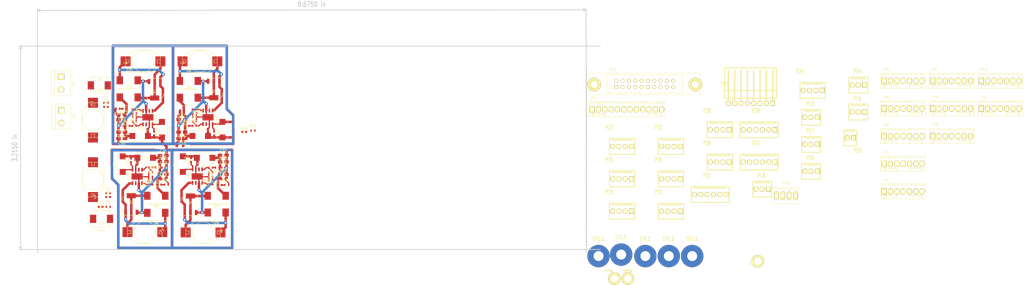
<source format=kicad_pcb>
(kicad_pcb (version 4) (host pcbnew 4.0.2-stable)
  (title_block (title "Power Supply") (date "18 feb 2013") (rev "V 1.20") (company "CYBERNETIQUE EN NORD") (comment 1 F4DEB))
  (layers (0 Composant signal) (31 Cuivre signal) (34 B.Paste user) (35 F.Paste user) (36 B.SilkS user) (37 F.SilkS user) (38 B.Mask user) (39 F.Mask user) (44 Edge.Cuts user))
  (net 0 "")
  (net 1 +5VP)
  (net 2 GND)
  (net 3 +12P)
  (net 4 "Net-(C10-Pad1)")
  (net 5 "Net-(C11-Pad1)")
  (net 6 "Net-(C13-Pad1)")
  (net 7 "Net-(C14-Pad1)")
  (net 8 "Net-(C15-Pad1)")
  (net 9 "Net-(C16-Pad1)")
  (net 10 "Net-(C17-Pad2)")
  (net 11 "Net-(C18-Pad2)")
  (net 12 "Net-(C19-Pad2)")
  (net 13 "Net-(C20-Pad2)")
  (net 14 +3V3)
  (net 15 +5VD)
  (net 16 +5VA)
  (net 17 +12VA)
  (net 18 "Net-(D10-Pad2)")
  (net 19 +BATT)
  (net 20 "Net-(D11-Pad2)")
  (net 21 "Net-(D12-Pad2)")
  (net 22 "Net-(D13-Pad2)")
  (net 23 "Net-(D14-Pad2)")
  (net 24 -5VA)
  (net 25 +12V)
  (net 26 +15V)
  (net 27 +5V)
  (net 28 /Connection/M1A)
  (net 29 /Connection/M1B)
  (net 30 /Connection/M2A)
  (net 31 /Connection/M2B)
  (net 32 /Connection/M3A)
  (net 33 /Connection/M3B)
  (net 34 /Connection/SDA)
  (net 35 /Connection/SCL)
  (net 36 /Connection/RX)
  (net 37 /Connection/TX)
  (net 38 "Net-(P12-Pad7)")
  (net 39 "Net-(P12-Pad8)")
  (net 40 /Connection/IO0)
  (net 41 /Connection/IO1)
  (net 42 /Connection/IO2)
  (net 43 /Connection/IO3)
  (net 44 /Connection/IO4)
  (net 45 /Connection/IO5)
  (net 46 /Connection/IO6)
  (net 47 /Connection/IO7)
  (net 48 /Connection/IRQ0)
  (net 49 /Connection/IRQ1)
  (net 50 /Connection/IRQ2)
  (net 51 /Connection/SERV1)
  (net 52 /Connection/SERV2)
  (net 53 /Connection/SERV3)
  (net 54 /Connection/SERV4)
  (net 55 /Connection/SERV5)
  (net 56 /Connection/SERV6)
  (net 57 /Connection/B2)
  (net 58 /Connection/Z2)
  (net 59 /Connection/A2)
  (net 60 /Connection/Z1)
  (net 61 /Connection/B1)
  (net 62 /Connection/A1)
  (net 63 /Connection/RST)
  (net 64 "Net-(P23-Pad1)")
  (net 65 "Net-(P23-Pad2)")
  (net 66 "Net-(P23-Pad3)")
  (net 67 "Net-(P23-Pad4)")
  (net 68 "Net-(R11-Pad2)")
  (net 69 "Net-(R12-Pad2)")
  (net 70 "Net-(R13-Pad2)")
  (net 71 "Net-(R14-Pad2)")
  (net 72 "Net-(R11-Pad1)")
  (net 73 "Net-(R12-Pad1)")
  (net 74 "Net-(R13-Pad1)")
  (net 75 "Net-(R14-Pad1)")
  (net 76 "Net-(D2-Pad1)")
  (net 77 "Net-(U1-Pad2)")
  (net 78 "Net-(U1-Pad6)")
  (net 79 "Net-(D3-Pad1)")
  (net 80 "Net-(U2-Pad2)")
  (net 81 "Net-(U2-Pad6)")
  (net 82 "Net-(D4-Pad1)")
  (net 83 "Net-(U3-Pad2)")
  (net 84 "Net-(U3-Pad6)")
  (net 85 "Net-(U4-Pad2)")
  (net 86 "Net-(U4-Pad6)")
  (net 87 "Net-(D6-Pad2)")
  (net 88 "Net-(D7-Pad2)")
  (net 89 "Net-(D8-Pad2)")
  (net 90 "Net-(D9-Pad2)")
  (net 91 "Net-(D5-Pad1)")
  (net 92 "Net-(K1-Pad2)")
  (module Capacitors_Tantalum_SMD:TantalC_SizeA_EIA-3216_Reflow (layer Composant) (at 101.346 99.822)
    (fp_text reference C27 (at 0 0) (layer F.SilkS))
    (fp_text value 100µ)
    (pad 2 smd rect (at 1.31 0) (size 1.8 1.23) (layers Composant F.Paste F.Mask) (net 2 GND))
    (pad 1 smd rect (at -1.31 0) (size 1.8 1.23) (layers Composant F.Paste F.Mask) (net 16 +5VA))
  )
  (module Diodes_SMD:DO-214AB (layer Composant) (at 87.503 62.103)
    (fp_text reference D3 (at 0 -4.2) (layer F.SilkS))
    (fp_text value MBRS130LT3G)
    (pad 2 smd rect (at 3.6 0) (size 2.6 3.2) (layers Composant F.Paste F.Mask) (net 2 GND))
    (pad 1 smd rect (at -3.6 0) (size 2.6 3.2) (layers Composant F.Paste F.Mask) (net 79 "Net-(D3-Pad1)"))
  )
  (module Diodes_SMD:DO-214AB (layer Composant) (at 87.503 68.961)
    (fp_text reference D7 (at 0 -4.2) (layer F.SilkS))
    (fp_text value MBRS130LT3G)
    (pad 2 smd rect (at 3.6 0) (size 2.6 3.2) (layers Composant F.Paste F.Mask) (net 88 "Net-(D7-Pad2)"))
    (pad 1 smd rect (at -3.6 0) (size 2.6 3.2) (layers Composant F.Paste F.Mask) (net 15 +5VD))
  )
  (module f4deb-mod-library:Self_30_BiTech (layer Composant) (at 86.233 54.483)
    (fp_text reference L6 (at 0 0.5) (layer F.SilkS))
    (fp_text value 22µH/3.3A)
    (pad 1 smd rect (at 0 0) (size 4 4) (layers Composant F.Paste F.Mask) (net 79 "Net-(D3-Pad1)"))
    (pad 2 smd rect (at 13.97 0) (size 4 4) (layers Composant F.Paste F.Mask) (net 88 "Net-(D7-Pad2)"))
  )
  (module f4deb-mod-library:Self_30_BiTech (layer Composant) (at 109.093 54.483)
    (fp_text reference L5 (at 0 0.5) (layer F.SilkS))
    (fp_text value 22µH/3.3A)
    (pad 1 smd rect (at 0 0) (size 4 4) (layers Composant F.Paste F.Mask) (net 76 "Net-(D2-Pad1)"))
    (pad 2 smd rect (at 13.97 0) (size 4 4) (layers Composant F.Paste F.Mask) (net 87 "Net-(D6-Pad2)"))
  )
  (module Capacitors_Tantalum_SMD:TantalC_SizeD_EIA-7343_Reflow (layer Composant) (at 125.095 81.915 270)
    (fp_text reference C5 (at -0.20066 -3.29946 270) (layer F.SilkS))
    (fp_text value 10µ/35V)
    (pad 2 smd rect (at 3.12 0 270) (size 2.37 2.43) (layers Composant F.Paste F.Mask) (net 2 GND))
    (pad 1 smd rect (at -3.12 0 270) (size 2.37 2.43) (layers Composant F.Paste F.Mask) (net 4 "Net-(C10-Pad1)"))
  )
  (module Capacitors_Tantalum_SMD:TantalC_SizeD_EIA-7343_Reflow (layer Composant) (at 92.075 84.455)
    (fp_text reference C22 (at -0.20066 -3.29946) (layer F.SilkS))
    (fp_text value CP)
    (pad 2 smd rect (at 3.12 0) (size 2.37 2.43) (layers Composant F.Paste F.Mask) (net 2 GND))
    (pad 1 smd rect (at -3.12 0) (size 2.37 2.43) (layers Composant F.Paste F.Mask) (net 15 +5VD))
  )
  (module Capacitors_Tantalum_SMD:TantalC_SizeD_EIA-7343_Reflow (layer Composant) (at 100.838 81.915 270)
    (fp_text reference C6 (at -0.20066 -3.29946 270) (layer F.SilkS))
    (fp_text value 10µ/35V)
    (pad 2 smd rect (at 3.12 0 270) (size 2.37 2.43) (layers Composant F.Paste F.Mask) (net 2 GND))
    (pad 1 smd rect (at -3.12 0 270) (size 2.37 2.43) (layers Composant F.Paste F.Mask) (net 4 "Net-(C10-Pad1)"))
  )
  (module Capacitors_Tantalum_SMD:TantalC_SizeD_EIA-7343_Reflow (layer Composant) (at 116.205 84.455)
    (fp_text reference C21 (at -0.20066 -3.29946) (layer F.SilkS))
    (fp_text value CP)
    (pad 2 smd rect (at 3.12 0) (size 2.37 2.43) (layers Composant F.Paste F.Mask) (net 2 GND))
    (pad 1 smd rect (at -3.12 0) (size 2.37 2.43) (layers Composant F.Paste F.Mask) (net 14 +3V3))
  )
  (module TO_SOT_Packages_SMD:SOT-223 (layer Composant) (at 97.917 65.913 180)
    (fp_text reference Q2 (at 0 -0.762 180) (layer F.SilkS))
    (fp_text value IRLL3303)
    (pad 4 smd rect (at 0 -3.302 180) (size 3.6576 2.032) (layers Composant F.Paste F.Mask))
    (pad 2 smd rect (at 0 3.302 180) (size 1.016 2.032) (layers Composant F.Paste F.Mask) (net 88 "Net-(D7-Pad2)"))
    (pad 3 smd rect (at 2.286 3.302 180) (size 1.016 2.032) (layers Composant F.Paste F.Mask) (net 2 GND))
    (pad 1 smd rect (at -2.286 3.302 180) (size 1.016 2.032) (layers Composant F.Paste F.Mask) (net 79 "Net-(D3-Pad1)"))
  )
  (module TO_SOT_Packages_SMD:SOT-223 (layer Composant) (at 121.666 65.786 180)
    (fp_text reference Q1 (at 0 -0.762 180) (layer F.SilkS))
    (fp_text value IRLL3303)
    (pad 4 smd rect (at 0 -3.302 180) (size 3.6576 2.032) (layers Composant F.Paste F.Mask))
    (pad 2 smd rect (at 0 3.302 180) (size 1.016 2.032) (layers Composant F.Paste F.Mask) (net 87 "Net-(D6-Pad2)"))
    (pad 3 smd rect (at 2.286 3.302 180) (size 1.016 2.032) (layers Composant F.Paste F.Mask) (net 2 GND))
    (pad 1 smd rect (at -2.286 3.302 180) (size 1.016 2.032) (layers Composant F.Paste F.Mask) (net 76 "Net-(D2-Pad1)"))
  )
  (module Housings_SOIC:SOIC-8_3.9x4.9mm_Pitch1.27mm (layer Composant) (at 95.123 77.089 270)
    (fp_text reference U2 (at 0 -3.5 270) (layer F.SilkS))
    (fp_text value L5973D)
    (pad 1 smd rect (at -2.7 -1.905 270) (size 1.55 0.6) (layers Composant F.Paste F.Mask) (net 79 "Net-(D3-Pad1)"))
    (pad 2 smd rect (at -2.7 -0.635 270) (size 1.55 0.6) (layers Composant F.Paste F.Mask) (net 80 "Net-(U2-Pad2)"))
    (pad 3 smd rect (at -2.7 0.635 270) (size 1.55 0.6) (layers Composant F.Paste F.Mask) (net 2 GND))
    (pad 4 smd rect (at -2.7 1.905 270) (size 1.55 0.6) (layers Composant F.Paste F.Mask) (net 7 "Net-(C14-Pad1)"))
    (pad 5 smd rect (at 2.7 1.905 270) (size 1.55 0.6) (layers Composant F.Paste F.Mask) (net 69 "Net-(R12-Pad2)"))
    (pad 6 smd rect (at 2.7 0.635 270) (size 1.55 0.6) (layers Composant F.Paste F.Mask) (net 81 "Net-(U2-Pad6)"))
    (pad 7 smd rect (at 2.7 -0.635 270) (size 1.55 0.6) (layers Composant F.Paste F.Mask) (net 2 GND))
    (pad 8 smd rect (at 2.7 -1.905 270) (size 1.55 0.6) (layers Composant F.Paste F.Mask) (net 4 "Net-(C10-Pad1)"))
  )
  (module Housings_SOIC:SOIC-8_3.9x4.9mm_Pitch1.27mm (layer Composant) (at 119.253 76.962 270)
    (fp_text reference U1 (at 0 -3.5 270) (layer F.SilkS))
    (fp_text value L5973D)
    (pad 1 smd rect (at -2.7 -1.905 270) (size 1.55 0.6) (layers Composant F.Paste F.Mask) (net 76 "Net-(D2-Pad1)"))
    (pad 2 smd rect (at -2.7 -0.635 270) (size 1.55 0.6) (layers Composant F.Paste F.Mask) (net 77 "Net-(U1-Pad2)"))
    (pad 3 smd rect (at -2.7 0.635 270) (size 1.55 0.6) (layers Composant F.Paste F.Mask) (net 2 GND))
    (pad 4 smd rect (at -2.7 1.905 270) (size 1.55 0.6) (layers Composant F.Paste F.Mask) (net 6 "Net-(C13-Pad1)"))
    (pad 5 smd rect (at 2.7 1.905 270) (size 1.55 0.6) (layers Composant F.Paste F.Mask) (net 68 "Net-(R11-Pad2)"))
    (pad 6 smd rect (at 2.7 0.635 270) (size 1.55 0.6) (layers Composant F.Paste F.Mask) (net 78 "Net-(U1-Pad6)"))
    (pad 7 smd rect (at 2.7 -0.635 270) (size 1.55 0.6) (layers Composant F.Paste F.Mask) (net 2 GND))
    (pad 8 smd rect (at 2.7 -1.905 270) (size 1.55 0.6) (layers Composant F.Paste F.Mask) (net 4 "Net-(C10-Pad1)"))
  )
  (module Resistors_SMD:R_0603 (layer Composant) (at 86.995 80.391)
    (fp_text reference R17 (at 0 -1.9) (layer F.SilkS))
    (fp_text value 1k)
    (pad 1 smd rect (at -0.75 0) (size 0.5 0.9) (layers Composant F.Paste F.Mask) (net 15 +5VD))
    (pad 2 smd rect (at 0.75 0) (size 0.5 0.9) (layers Composant F.Paste F.Mask) (net 73 "Net-(R12-Pad1)"))
  )
  (module Resistors_SMD:R_0603 (layer Composant) (at 110.871 80.391)
    (fp_text reference R16 (at 0 -1.9) (layer F.SilkS))
    (fp_text value 0)
    (pad 1 smd rect (at -0.75 0) (size 0.5 0.9) (layers Composant F.Paste F.Mask) (net 14 +3V3))
    (pad 2 smd rect (at 0.75 0) (size 0.5 0.9) (layers Composant F.Paste F.Mask) (net 72 "Net-(R11-Pad1)"))
  )
  (module Resistors_SMD:R_0603 (layer Composant) (at 89.789 80.391)
    (fp_text reference R12 (at 0 -1.9) (layer F.SilkS))
    (fp_text value 10k)
    (pad 1 smd rect (at -0.75 0) (size 0.5 0.9) (layers Composant F.Paste F.Mask) (net 73 "Net-(R12-Pad1)"))
    (pad 2 smd rect (at 0.75 0) (size 0.5 0.9) (layers Composant F.Paste F.Mask) (net 69 "Net-(R12-Pad2)"))
  )
  (module Resistors_SMD:R_0603 (layer Composant) (at 113.919 80.391)
    (fp_text reference R11 (at 0 -1.9) (layer F.SilkS))
    (fp_text value 5k6)
    (pad 1 smd rect (at -0.75 0) (size 0.5 0.9) (layers Composant F.Paste F.Mask) (net 72 "Net-(R11-Pad1)"))
    (pad 2 smd rect (at 0.75 0) (size 0.5 0.9) (layers Composant F.Paste F.Mask) (net 68 "Net-(R11-Pad2)"))
  )
  (module Resistors_SMD:R_0603 (layer Composant) (at 89.789 78.613)
    (fp_text reference R7 (at 0 -1.9) (layer F.SilkS))
    (fp_text value 3k3)
    (pad 1 smd rect (at -0.75 0) (size 0.5 0.9) (layers Composant F.Paste F.Mask) (net 69 "Net-(R12-Pad2)"))
    (pad 2 smd rect (at 0.75 0) (size 0.5 0.9) (layers Composant F.Paste F.Mask) (net 2 GND))
  )
  (module Resistors_SMD:R_0603 (layer Composant) (at 113.919 78.613)
    (fp_text reference R6 (at 0 -1.9) (layer F.SilkS))
    (fp_text value 3k3)
    (pad 1 smd rect (at -0.75 0) (size 0.5 0.9) (layers Composant F.Paste F.Mask) (net 68 "Net-(R11-Pad2)"))
    (pad 2 smd rect (at 0.75 0) (size 0.5 0.9) (layers Composant F.Paste F.Mask) (net 2 GND))
  )
  (module Resistors_SMD:R_0603 (layer Composant) (at 89.789 76.835)
    (fp_text reference R2 (at 0 -1.9) (layer F.SilkS))
    (fp_text value 4k7)
    (pad 1 smd rect (at -0.75 0) (size 0.5 0.9) (layers Composant F.Paste F.Mask) (net 11 "Net-(C18-Pad2)"))
    (pad 2 smd rect (at 0.75 0) (size 0.5 0.9) (layers Composant F.Paste F.Mask) (net 2 GND))
  )
  (module Resistors_SMD:R_0603 (layer Composant) (at 113.919 76.835)
    (fp_text reference R1 (at 0 -1.9) (layer F.SilkS))
    (fp_text value 4k7)
    (pad 1 smd rect (at -0.75 0) (size 0.5 0.9) (layers Composant F.Paste F.Mask) (net 10 "Net-(C17-Pad2)"))
    (pad 2 smd rect (at 0.75 0) (size 0.5 0.9) (layers Composant F.Paste F.Mask) (net 2 GND))
  )
  (module Capacitors_SMD:C_0603 (layer Composant) (at 84.709 75.819 180)
    (fp_text reference C42 (at 0 -1.9 180) (layer F.SilkS))
    (fp_text value 100n)
    (pad 1 smd rect (at -0.75 0 180) (size 0.8 0.75) (layers Composant F.Paste F.Mask) (net 15 +5VD))
    (pad 2 smd rect (at 0.75 0 180) (size 0.8 0.75) (layers Composant F.Paste F.Mask) (net 2 GND))
  )
  (module Capacitors_SMD:C_0603 (layer Composant) (at 108.839 75.819 180)
    (fp_text reference C41 (at 0 -1.9 180) (layer F.SilkS))
    (fp_text value 100n)
    (pad 1 smd rect (at -0.75 0 180) (size 0.8 0.75) (layers Composant F.Paste F.Mask) (net 14 +3V3))
    (pad 2 smd rect (at 0.75 0 180) (size 0.8 0.75) (layers Composant F.Paste F.Mask) (net 2 GND))
  )
  (module Capacitors_SMD:C_0603 (layer Composant) (at 84.709 80.391 180)
    (fp_text reference C38 (at 0 -1.9 180) (layer F.SilkS))
    (fp_text value 100n)
    (pad 1 smd rect (at -0.75 0 180) (size 0.8 0.75) (layers Composant F.Paste F.Mask) (net 15 +5VD))
    (pad 2 smd rect (at 0.75 0 180) (size 0.8 0.75) (layers Composant F.Paste F.Mask) (net 2 GND))
  )
  (module Capacitors_SMD:C_0603 (layer Composant) (at 108.839 74.295 180)
    (fp_text reference C37 (at 0 -1.9 180) (layer F.SilkS))
    (fp_text value 100n)
    (pad 1 smd rect (at -0.75 0 180) (size 0.8 0.75) (layers Composant F.Paste F.Mask) (net 14 +3V3))
    (pad 2 smd rect (at 0.75 0 180) (size 0.8 0.75) (layers Composant F.Paste F.Mask) (net 2 GND))
  )
  (module Capacitors_Tantalum_SMD:TantalC_SizeA_EIA-3216_Reflow (layer Composant) (at 84.709 82.931 180)
    (fp_text reference C34 (at 0 -1.9 180) (layer F.SilkS))
    (fp_text value 100µ)
    (pad 2 smd rect (at 1.31 0 180) (size 1.8 1.23) (layers Composant F.Paste F.Mask) (net 2 GND))
    (pad 1 smd rect (at -1.31 0 180) (size 1.8 1.23) (layers Composant F.Paste F.Mask) (net 15 +5VD))
  )
  (module Capacitors_Tantalum_SMD:TantalC_SizeA_EIA-3216_Reflow (layer Composant) (at 108.839 85.471 180)
    (fp_text reference C33 (at 0 -1.9 180) (layer F.SilkS))
    (fp_text value 100µ)
    (pad 2 smd rect (at 1.31 0 180) (size 1.8 1.23) (layers Composant F.Paste F.Mask) (net 2 GND))
    (pad 1 smd rect (at -1.31 0 180) (size 1.8 1.23) (layers Composant F.Paste F.Mask) (net 14 +3V3))
  )
  (module Capacitors_Tantalum_SMD:TantalC_SizeA_EIA-3216_Reflow (layer Composant) (at 84.709 85.471 180)
    (fp_text reference C30 (at 0 -1.9 180) (layer F.SilkS))
    (fp_text value 100µ)
    (pad 2 smd rect (at 1.31 0 180) (size 1.8 1.23) (layers Composant F.Paste F.Mask) (net 2 GND))
    (pad 1 smd rect (at -1.31 0 180) (size 1.8 1.23) (layers Composant F.Paste F.Mask) (net 15 +5VD))
  )
  (module Capacitors_Tantalum_SMD:TantalC_SizeA_EIA-3216_Reflow (layer Composant) (at 108.839 82.931 180)
    (fp_text reference C29 (at 0 -1.9 180) (layer F.SilkS))
    (fp_text value 100µ)
    (pad 2 smd rect (at 1.31 0 180) (size 1.8 1.23) (layers Composant F.Paste F.Mask) (net 2 GND))
    (pad 1 smd rect (at -1.31 0 180) (size 1.8 1.23) (layers Composant F.Paste F.Mask) (net 14 +3V3))
  )
  (module Capacitors_Tantalum_SMD:TantalC_SizeA_EIA-3216_Reflow (layer Composant) (at 84.709 77.851 180)
    (fp_text reference C26 (at 0 -1.9 180) (layer F.SilkS))
    (fp_text value 100µ)
    (pad 2 smd rect (at 1.31 0 180) (size 1.8 1.23) (layers Composant F.Paste F.Mask) (net 2 GND))
    (pad 1 smd rect (at -1.31 0 180) (size 1.8 1.23) (layers Composant F.Paste F.Mask) (net 15 +5VD))
  )
  (module Capacitors_Tantalum_SMD:TantalC_SizeA_EIA-3216_Reflow (layer Composant) (at 108.839 77.851 180)
    (fp_text reference C25 (at 0 -1.9 180) (layer F.SilkS))
    (fp_text value 100µ)
    (pad 2 smd rect (at 1.31 0 180) (size 1.8 1.23) (layers Composant F.Paste F.Mask) (net 2 GND))
    (pad 1 smd rect (at -1.31 0 180) (size 1.8 1.23) (layers Composant F.Paste F.Mask) (net 14 +3V3))
  )
  (module Capacitors_SMD:C_0603 (layer Composant) (at 89.027 74.549 270)
    (fp_text reference C18 (at 0 -1.9 270) (layer F.SilkS))
    (fp_text value 22n)
    (pad 1 smd rect (at -0.75 0 270) (size 0.8 0.75) (layers Composant F.Paste F.Mask) (net 7 "Net-(C14-Pad1)"))
    (pad 2 smd rect (at 0.75 0 270) (size 0.8 0.75) (layers Composant F.Paste F.Mask) (net 11 "Net-(C18-Pad2)"))
  )
  (module Capacitors_SMD:C_0603 (layer Composant) (at 113.157 74.549 270)
    (fp_text reference C17 (at 0 -1.9 270) (layer F.SilkS))
    (fp_text value 22n)
    (pad 1 smd rect (at -0.75 0 270) (size 0.8 0.75) (layers Composant F.Paste F.Mask) (net 6 "Net-(C13-Pad1)"))
    (pad 2 smd rect (at 0.75 0 270) (size 0.8 0.75) (layers Composant F.Paste F.Mask) (net 10 "Net-(C17-Pad2)"))
  )
  (module Capacitors_SMD:C_0603 (layer Composant) (at 90.551 74.549 270)
    (fp_text reference C14 (at 0 -1.9 270) (layer F.SilkS))
    (fp_text value 220p)
    (pad 1 smd rect (at -0.75 0 270) (size 0.8 0.75) (layers Composant F.Paste F.Mask) (net 7 "Net-(C14-Pad1)"))
    (pad 2 smd rect (at 0.75 0 270) (size 0.8 0.75) (layers Composant F.Paste F.Mask) (net 2 GND))
  )
  (module Capacitors_SMD:C_0603 (layer Composant) (at 114.681 74.549 270)
    (fp_text reference C13 (at 0 -1.9 270) (layer F.SilkS))
    (fp_text value 220p)
    (pad 1 smd rect (at -0.75 0 270) (size 0.8 0.75) (layers Composant F.Paste F.Mask) (net 6 "Net-(C13-Pad1)"))
    (pad 2 smd rect (at 0.75 0 270) (size 0.8 0.75) (layers Composant F.Paste F.Mask) (net 2 GND))
  )
  (module Capacitors_SMD:C_0603 (layer Composant) (at 97.663 83.439 270)
    (fp_text reference C10 (at 0 -1.9 270) (layer F.SilkS))
    (fp_text value 47n)
    (pad 1 smd rect (at -0.75 0 270) (size 0.8 0.75) (layers Composant F.Paste F.Mask) (net 4 "Net-(C10-Pad1)"))
    (pad 2 smd rect (at 0.75 0 270) (size 0.8 0.75) (layers Composant F.Paste F.Mask) (net 2 GND))
  )
  (module Capacitors_SMD:C_0603 (layer Composant) (at 121.793 83.439 270)
    (fp_text reference C9 (at 0 -1.9 270) (layer F.SilkS))
    (fp_text value 47n)
    (pad 1 smd rect (at -0.75 0 270) (size 0.8 0.75) (layers Composant F.Paste F.Mask) (net 4 "Net-(C10-Pad1)"))
    (pad 2 smd rect (at 0.75 0 270) (size 0.8 0.75) (layers Composant F.Paste F.Mask) (net 2 GND))
  )
  (module Diodes_SMD:DO-214AB (layer Composant) (at 111.633 69.088)
    (fp_text reference D6 (at 0 -4.2) (layer F.SilkS))
    (fp_text value MBRS130LT3G)
    (pad 2 smd rect (at 3.6 0) (size 2.6 3.2) (layers Composant F.Paste F.Mask) (net 87 "Net-(D6-Pad2)"))
    (pad 1 smd rect (at -3.6 0) (size 2.6 3.2) (layers Composant F.Paste F.Mask) (net 14 +3V3))
  )
  (module Diodes_SMD:DO-214AB (layer Composant) (at 111.633 62.357)
    (fp_text reference D2 (at 0 -4.2) (layer F.SilkS))
    (fp_text value MBRS130LT3G)
    (pad 2 smd rect (at 3.6 0) (size 2.6 3.2) (layers Composant F.Paste F.Mask) (net 2 GND))
    (pad 1 smd rect (at -3.6 0) (size 2.6 3.2) (layers Composant F.Paste F.Mask) (net 76 "Net-(D2-Pad1)"))
  )
  (module 1pin (layer Composant) (at 287.933791 141.716359)
    (fp_text reference 1PIN (at 0 -3.048) (layer F.SilkS) (effects (font (size 1.016 1.016) (thickness 0.254))))
    (fp_text value P*** hide)
    (pad 1 thru_hole circle (at 0 0) (size 5.00126 5.00126) (drill 2.99974) (layers *.Cu *.Mask F.SilkS))
  )
  (module COLONETTE (layer Composant) (at 276.162771 132.685159)
    (fp_text reference J6 (at 0 0) (layer F.SilkS) (effects (font (thickness 0.3048))))
    (fp_text value SIL1 (at 0 -6.985) (layer F.SilkS) (effects (font (thickness 0.3048))))
    (pad 1 thru_hole circle (at 0 0) (size 8.99922 8.99922) (drill 4.0005) (layers *.Cu))
  )
  (module 1pin (layer Composant) (at 280.126066 141.716359)
    (fp_text reference 1PIN (at 0 -3.048) (layer F.SilkS) (effects (font (size 1.016 1.016) (thickness 0.254))))
    (fp_text value P*** hide)
    (pad 1 thru_hole circle (at 2.413 0) (size 5.00126 5.00126) (drill 2.99974) (layers *.Cu *.Mask F.SilkS))
  )
  (module 1pin (layer Composant) (at 338.328 138.938)
    (fp_text reference 1PIN (at 0 -3.048) (layer F.SilkS) (effects (font (size 1.016 1.016) (thickness 0.254))))
    (fp_text value P*** hide)
    (pad 1 thru_hole circle (at 1.778 -4.191) (size 5.00126 5.00126) (drill 2.99974) (layers *.Cu *.Mask F.SilkS))
  )
  (module COLONETTE (layer Composant) (at 285.242 132.08)
    (fp_text reference J6 (at 0 0) (layer F.SilkS) (effects (font (thickness 0.3048))))
    (fp_text value SIL1 (at 0 -6.985) (layer F.SilkS) (effects (font (thickness 0.3048))))
    (pad 1 thru_hole circle (at 0 0) (size 8.99922 8.99922) (drill 4.0005) (layers *.Cu))
  )
  (module COLONETTE (layer Composant) (at 294.962771 132.685159)
    (fp_text reference J6 (at 0 0) (layer F.SilkS) (effects (font (thickness 0.3048))))
    (fp_text value SIL1 (at 0 -6.985) (layer F.SilkS) (effects (font (thickness 0.3048))))
    (pad 1 thru_hole circle (at 0 0) (size 8.99922 8.99922) (drill 4.0005) (layers *.Cu))
  )
  (module COLONETTE (layer Composant) (at 304.362771 132.685159)
    (fp_text reference J6 (at 0 0) (layer F.SilkS) (effects (font (thickness 0.3048))))
    (fp_text value SIL1 (at 0 -6.985) (layer F.SilkS) (effects (font (thickness 0.3048))))
    (pad 1 thru_hole circle (at 0 0) (size 8.99922 8.99922) (drill 4.0005) (layers *.Cu))
  )
  (module COLONETTE (layer Composant) (at 313.762771 132.685159)
    (fp_text reference J6 (at 0 0) (layer F.SilkS) (effects (font (thickness 0.3048))))
    (fp_text value SIL1 (at 0 -6.985) (layer F.SilkS) (effects (font (thickness 0.3048))))
    (pad 1 thru_hole circle (at 0 0) (size 8.99922 8.99922) (drill 4.0005) (layers *.Cu))
  )
  (module Capacitors_SMD:C_0603 (layer Composant) (at 78.359 71.12)
    (fp_text reference C1 (at 0 -1.9) (layer F.SilkS))
    (fp_text value 47n)
    (pad 1 smd rect (at -0.75 0) (size 0.8 0.75) (layers Composant F.Paste F.Mask) (net 1 +5VP))
    (pad 2 smd rect (at 0.75 0) (size 0.8 0.75) (layers Composant F.Paste F.Mask) (net 2 GND))
  )
  (module Capacitors_SMD:C_0603 (layer Composant) (at 78.359 72.771)
    (fp_text reference C2 (at 0 -1.9) (layer F.SilkS))
    (fp_text value 47n)
    (pad 1 smd rect (at -0.75 0) (size 0.8 0.75) (layers Composant F.Paste F.Mask) (net 1 +5VP))
    (pad 2 smd rect (at 0.75 0) (size 0.8 0.75) (layers Composant F.Paste F.Mask) (net 2 GND))
  )
  (module Capacitors_SMD:C_0603 (layer Composant) (at 79.248 108.966)
    (fp_text reference C3 (at 0 -1.9) (layer F.SilkS))
    (fp_text value 47n)
    (pad 1 smd rect (at -0.75 0) (size 0.8 0.75) (layers Composant F.Paste F.Mask) (net 3 +12P))
    (pad 2 smd rect (at 0.75 0) (size 0.8 0.75) (layers Composant F.Paste F.Mask) (net 2 GND))
  )
  (module Capacitors_SMD:C_0603 (layer Composant) (at 79.248 107.442)
    (fp_text reference C4 (at 0 -1.9) (layer F.SilkS))
    (fp_text value 47n)
    (pad 1 smd rect (at -0.75 0) (size 0.8 0.75) (layers Composant F.Paste F.Mask) (net 3 +12P))
    (pad 2 smd rect (at 0.75 0) (size 0.8 0.75) (layers Composant F.Paste F.Mask) (net 2 GND))
  )
  (module Capacitors_SMD:C_0603 (layer Composant) (at 88.392 94.234 90)
    (fp_text reference C11 (at 0 -1.9 90) (layer F.SilkS))
    (fp_text value 47n)
    (pad 1 smd rect (at -0.75 0 90) (size 0.8 0.75) (layers Composant F.Paste F.Mask) (net 5 "Net-(C11-Pad1)"))
    (pad 2 smd rect (at 0.75 0 90) (size 0.8 0.75) (layers Composant F.Paste F.Mask) (net 2 GND))
  )
  (module Capacitors_SMD:C_0603 (layer Composant) (at 112.522 94.107 90)
    (fp_text reference C12 (at 0 -1.9 90) (layer F.SilkS))
    (fp_text value 47n)
    (pad 1 smd rect (at -0.75 0 90) (size 0.8 0.75) (layers Composant F.Paste F.Mask) (net 5 "Net-(C11-Pad1)"))
    (pad 2 smd rect (at 0.75 0 90) (size 0.8 0.75) (layers Composant F.Paste F.Mask) (net 2 GND))
  )
  (module Capacitors_SMD:C_0603 (layer Composant) (at 95.504 103.251 90)
    (fp_text reference C15 (at 0 -1.9 90) (layer F.SilkS))
    (fp_text value 220p)
    (pad 1 smd rect (at -0.75 0 90) (size 0.8 0.75) (layers Composant F.Paste F.Mask) (net 8 "Net-(C15-Pad1)"))
    (pad 2 smd rect (at 0.75 0 90) (size 0.8 0.75) (layers Composant F.Paste F.Mask) (net 2 GND))
  )
  (module Capacitors_SMD:C_0603 (layer Composant) (at 119.634 103.124 90)
    (fp_text reference C16 (at 0 -1.9 90) (layer F.SilkS))
    (fp_text value 220p)
    (pad 1 smd rect (at -0.75 0 90) (size 0.8 0.75) (layers Composant F.Paste F.Mask) (net 9 "Net-(C16-Pad1)"))
    (pad 2 smd rect (at 0.75 0 90) (size 0.8 0.75) (layers Composant F.Paste F.Mask) (net 2 GND))
  )
  (module Capacitors_SMD:C_0603 (layer Composant) (at 97.028 103.251 90)
    (fp_text reference C19 (at 0 -1.9 90) (layer F.SilkS))
    (fp_text value 22n)
    (pad 1 smd rect (at -0.75 0 90) (size 0.8 0.75) (layers Composant F.Paste F.Mask) (net 8 "Net-(C15-Pad1)"))
    (pad 2 smd rect (at 0.75 0 90) (size 0.8 0.75) (layers Composant F.Paste F.Mask) (net 12 "Net-(C19-Pad2)"))
  )
  (module Capacitors_SMD:C_0603 (layer Composant) (at 121.158 103.124 90)
    (fp_text reference C20 (at 0 -1.9 90) (layer F.SilkS))
    (fp_text value 22n)
    (pad 1 smd rect (at -0.75 0 90) (size 0.8 0.75) (layers Composant F.Paste F.Mask) (net 9 "Net-(C16-Pad1)"))
    (pad 2 smd rect (at 0.75 0 90) (size 0.8 0.75) (layers Composant F.Paste F.Mask) (net 13 "Net-(C20-Pad2)"))
  )
  (module Capacitors_Tantalum_SMD:TantalC_SizeA_EIA-3216_Reflow (layer Composant) (at 125.476 99.822)
    (fp_text reference C28 (at 0 -1.9) (layer F.SilkS))
    (fp_text value 100µ)
    (pad 2 smd rect (at 1.31 0) (size 1.8 1.23) (layers Composant F.Paste F.Mask) (net 2 GND))
    (pad 1 smd rect (at -1.31 0) (size 1.8 1.23) (layers Composant F.Paste F.Mask) (net 17 +12VA))
  )
  (module Capacitors_Tantalum_SMD:TantalC_SizeA_EIA-3216_Reflow (layer Composant) (at 125.476 94.869)
    (fp_text reference C36 (at 0 -1.9) (layer F.SilkS))
    (fp_text value 100µ)
    (pad 2 smd rect (at 1.31 0) (size 1.8 1.23) (layers Composant F.Paste F.Mask) (net 2 GND))
    (pad 1 smd rect (at -1.31 0) (size 1.8 1.23) (layers Composant F.Paste F.Mask) (net 17 +12VA))
  )
  (module Capacitors_SMD:C_0603 (layer Composant) (at 101.473 97.155)
    (fp_text reference C39 (at 0 -1.9) (layer F.SilkS))
    (fp_text value 100n)
    (pad 1 smd rect (at -0.75 0) (size 0.8 0.75) (layers Composant F.Paste F.Mask) (net 16 +5VA))
    (pad 2 smd rect (at 0.75 0) (size 0.8 0.75) (layers Composant F.Paste F.Mask) (net 2 GND))
  )
  (module Capacitors_SMD:C_0603 (layer Composant) (at 125.476 97.155)
    (fp_text reference C40 (at 0 -1.9) (layer F.SilkS))
    (fp_text value 100n)
    (pad 1 smd rect (at -0.75 0) (size 0.8 0.75) (layers Composant F.Paste F.Mask) (net 17 +12VA))
    (pad 2 smd rect (at 0.75 0) (size 0.8 0.75) (layers Composant F.Paste F.Mask) (net 2 GND))
  )
  (module Capacitors_SMD:C_0603 (layer Composant) (at 101.346 101.854)
    (fp_text reference C43 (at 0 -1.9) (layer F.SilkS))
    (fp_text value 100n)
    (pad 1 smd rect (at -0.75 0) (size 0.8 0.75) (layers Composant F.Paste F.Mask) (net 16 +5VA))
    (pad 2 smd rect (at 0.75 0) (size 0.8 0.75) (layers Composant F.Paste F.Mask) (net 2 GND))
  )
  (module Capacitors_SMD:C_0603 (layer Composant) (at 125.476 101.854)
    (fp_text reference C44 (at 0 -1.9) (layer F.SilkS))
    (fp_text value 100n)
    (pad 1 smd rect (at -0.75 0) (size 0.8 0.75) (layers Composant F.Paste F.Mask) (net 17 +12VA))
    (pad 2 smd rect (at 0.75 0) (size 0.8 0.75) (layers Composant F.Paste F.Mask) (net 2 GND))
  )
  (module LEDs:LED_0603 (layer Composant) (at 124.079 104.14)
    (fp_text reference D11 (at 0 -1.5) (layer F.SilkS))
    (fp_text value LED)
    (pad 2 smd rect (at 0.7493 0 180) (size 0.79756 0.79756) (layers Composant F.Paste F.Mask) (net 20 "Net-(D11-Pad2)"))
    (pad 1 smd rect (at -0.7493 0 180) (size 0.79756 0.79756) (layers Composant F.Paste F.Mask) (net 17 +12VA))
  )
  (module LEDs:LED_0603 (layer Composant) (at 99.822 104.013)
    (fp_text reference D12 (at 0 -1.5) (layer F.SilkS))
    (fp_text value LED)
    (pad 2 smd rect (at 0.7493 0 180) (size 0.79756 0.79756) (layers Composant F.Paste F.Mask) (net 21 "Net-(D12-Pad2)"))
    (pad 1 smd rect (at -0.7493 0 180) (size 0.79756 0.79756) (layers Composant F.Paste F.Mask) (net 16 +5VA))
  )
  (module LEDs:LED_0603 (layer Composant) (at 85.725 73.533 180)
    (fp_text reference D13 (at 0 -1.5 180) (layer F.SilkS))
    (fp_text value LED)
    (pad 2 smd rect (at 0.7493 0) (size 0.79756 0.79756) (layers Composant F.Paste F.Mask) (net 22 "Net-(D13-Pad2)"))
    (pad 1 smd rect (at -0.7493 0) (size 0.79756 0.79756) (layers Composant F.Paste F.Mask) (net 15 +5VD))
  )
  (module LEDs:LED_0603 (layer Composant) (at 133.858 82.804)
    (fp_text reference D14 (at 0 -1.5) (layer F.SilkS))
    (fp_text value LED)
    (pad 2 smd rect (at 0.7493 0 180) (size 0.79756 0.79756) (layers Composant F.Paste F.Mask) (net 23 "Net-(D14-Pad2)"))
    (pad 1 smd rect (at -0.7493 0 180) (size 0.79756 0.79756) (layers Composant F.Paste F.Mask) (net 14 +3V3))
  )
  (module Connectors_Molex:Molex_KK-6410-07_07x2.54mm_Straight (layer Composant) (at 390.848162 106.731159)
    (fp_text reference P1 (at 1 -4.5) (layer F.SilkS))
    (fp_text value CONN_7)
    (pad 1 thru_hole rect (at 0 0) (size 2 2.6) (drill 1.2) (layers *.Cu *.Mask F.SilkS) (net 2 GND))
    (pad 2 thru_hole oval (at 2.54 0) (size 2 2.6) (drill 1.2) (layers *.Cu *.Mask F.SilkS) (net 14 +3V3))
    (pad 3 thru_hole oval (at 5.08 0) (size 2 2.6) (drill 1.2) (layers *.Cu *.Mask F.SilkS) (net 24 -5VA))
    (pad 4 thru_hole oval (at 7.62 0) (size 2 2.6) (drill 1.2) (layers *.Cu *.Mask F.SilkS) (net 16 +5VA))
    (pad 5 thru_hole oval (at 10.16 0) (size 2 2.6) (drill 1.2) (layers *.Cu *.Mask F.SilkS) (net 15 +5VD))
    (pad 6 thru_hole oval (at 12.7 0) (size 2 2.6) (drill 1.2) (layers *.Cu *.Mask F.SilkS) (net 25 +12V))
    (pad 7 thru_hole oval (at 15.24 0) (size 2 2.6) (drill 1.2) (layers *.Cu *.Mask F.SilkS) (net 19 +BATT))
  )
  (module Connectors_Molex:Molex_KK-6410-07_07x2.54mm_Straight (layer Composant) (at 429.848162 73.431159)
    (fp_text reference P2 (at 1 -4.5) (layer F.SilkS))
    (fp_text value CONN_7)
    (pad 1 thru_hole rect (at 0 0) (size 2 2.6) (drill 1.2) (layers *.Cu *.Mask F.SilkS) (net 2 GND))
    (pad 2 thru_hole oval (at 2.54 0) (size 2 2.6) (drill 1.2) (layers *.Cu *.Mask F.SilkS) (net 14 +3V3))
    (pad 3 thru_hole oval (at 5.08 0) (size 2 2.6) (drill 1.2) (layers *.Cu *.Mask F.SilkS) (net 24 -5VA))
    (pad 4 thru_hole oval (at 7.62 0) (size 2 2.6) (drill 1.2) (layers *.Cu *.Mask F.SilkS) (net 16 +5VA))
    (pad 5 thru_hole oval (at 10.16 0) (size 2 2.6) (drill 1.2) (layers *.Cu *.Mask F.SilkS) (net 15 +5VD))
    (pad 6 thru_hole oval (at 12.7 0) (size 2 2.6) (drill 1.2) (layers *.Cu *.Mask F.SilkS) (net 25 +12V))
    (pad 7 thru_hole oval (at 15.24 0) (size 2 2.6) (drill 1.2) (layers *.Cu *.Mask F.SilkS) (net 19 +BATT))
  )
  (module Connectors_Molex:Molex_KK-6410-07_07x2.54mm_Straight (layer Composant) (at 410.348162 84.531159)
    (fp_text reference P3 (at 1 -4.5) (layer F.SilkS))
    (fp_text value CONN_7)
    (pad 1 thru_hole rect (at 0 0) (size 2 2.6) (drill 1.2) (layers *.Cu *.Mask F.SilkS) (net 2 GND))
    (pad 2 thru_hole oval (at 2.54 0) (size 2 2.6) (drill 1.2) (layers *.Cu *.Mask F.SilkS) (net 14 +3V3))
    (pad 3 thru_hole oval (at 5.08 0) (size 2 2.6) (drill 1.2) (layers *.Cu *.Mask F.SilkS) (net 24 -5VA))
    (pad 4 thru_hole oval (at 7.62 0) (size 2 2.6) (drill 1.2) (layers *.Cu *.Mask F.SilkS) (net 16 +5VA))
    (pad 5 thru_hole oval (at 10.16 0) (size 2 2.6) (drill 1.2) (layers *.Cu *.Mask F.SilkS) (net 15 +5VD))
    (pad 6 thru_hole oval (at 12.7 0) (size 2 2.6) (drill 1.2) (layers *.Cu *.Mask F.SilkS) (net 25 +12V))
    (pad 7 thru_hole oval (at 15.24 0) (size 2 2.6) (drill 1.2) (layers *.Cu *.Mask F.SilkS) (net 19 +BATT))
  )
  (module Connectors_Molex:Molex_KK-6410-07_07x2.54mm_Straight (layer Composant) (at 390.848162 95.631159)
    (fp_text reference P4 (at 1 -4.5) (layer F.SilkS))
    (fp_text value CONN_7)
    (pad 1 thru_hole rect (at 0 0) (size 2 2.6) (drill 1.2) (layers *.Cu *.Mask F.SilkS) (net 2 GND))
    (pad 2 thru_hole oval (at 2.54 0) (size 2 2.6) (drill 1.2) (layers *.Cu *.Mask F.SilkS) (net 14 +3V3))
    (pad 3 thru_hole oval (at 5.08 0) (size 2 2.6) (drill 1.2) (layers *.Cu *.Mask F.SilkS) (net 24 -5VA))
    (pad 4 thru_hole oval (at 7.62 0) (size 2 2.6) (drill 1.2) (layers *.Cu *.Mask F.SilkS) (net 16 +5VA))
    (pad 5 thru_hole oval (at 10.16 0) (size 2 2.6) (drill 1.2) (layers *.Cu *.Mask F.SilkS) (net 15 +5VD))
    (pad 6 thru_hole oval (at 12.7 0) (size 2 2.6) (drill 1.2) (layers *.Cu *.Mask F.SilkS) (net 25 +12V))
    (pad 7 thru_hole oval (at 15.24 0) (size 2 2.6) (drill 1.2) (layers *.Cu *.Mask F.SilkS) (net 19 +BATT))
  )
  (module Connectors_Molex:Molex_KK-6410-07_07x2.54mm_Straight (layer Composant) (at 390.848162 62.331159)
    (fp_text reference P5 (at 1 -4.5) (layer F.SilkS))
    (fp_text value CONN_7)
    (pad 1 thru_hole rect (at 0 0) (size 2 2.6) (drill 1.2) (layers *.Cu *.Mask F.SilkS) (net 2 GND))
    (pad 2 thru_hole oval (at 2.54 0) (size 2 2.6) (drill 1.2) (layers *.Cu *.Mask F.SilkS) (net 14 +3V3))
    (pad 3 thru_hole oval (at 5.08 0) (size 2 2.6) (drill 1.2) (layers *.Cu *.Mask F.SilkS) (net 24 -5VA))
    (pad 4 thru_hole oval (at 7.62 0) (size 2 2.6) (drill 1.2) (layers *.Cu *.Mask F.SilkS) (net 16 +5VA))
    (pad 5 thru_hole oval (at 10.16 0) (size 2 2.6) (drill 1.2) (layers *.Cu *.Mask F.SilkS) (net 15 +5VD))
    (pad 6 thru_hole oval (at 12.7 0) (size 2 2.6) (drill 1.2) (layers *.Cu *.Mask F.SilkS) (net 25 +12V))
    (pad 7 thru_hole oval (at 15.24 0) (size 2 2.6) (drill 1.2) (layers *.Cu *.Mask F.SilkS) (net 19 +BATT))
  )
  (module Connectors_Molex:Molex_KK-6410-07_07x2.54mm_Straight (layer Composant) (at 390.848162 73.431159)
    (fp_text reference P6 (at 1 -4.5) (layer F.SilkS))
    (fp_text value CONN_7)
    (pad 1 thru_hole rect (at 0 0) (size 2 2.6) (drill 1.2) (layers *.Cu *.Mask F.SilkS) (net 2 GND))
    (pad 2 thru_hole oval (at 2.54 0) (size 2 2.6) (drill 1.2) (layers *.Cu *.Mask F.SilkS) (net 14 +3V3))
    (pad 3 thru_hole oval (at 5.08 0) (size 2 2.6) (drill 1.2) (layers *.Cu *.Mask F.SilkS) (net 24 -5VA))
    (pad 4 thru_hole oval (at 7.62 0) (size 2 2.6) (drill 1.2) (layers *.Cu *.Mask F.SilkS) (net 16 +5VA))
    (pad 5 thru_hole oval (at 10.16 0) (size 2 2.6) (drill 1.2) (layers *.Cu *.Mask F.SilkS) (net 15 +5VD))
    (pad 6 thru_hole oval (at 12.7 0) (size 2 2.6) (drill 1.2) (layers *.Cu *.Mask F.SilkS) (net 25 +12V))
    (pad 7 thru_hole oval (at 15.24 0) (size 2 2.6) (drill 1.2) (layers *.Cu *.Mask F.SilkS) (net 19 +BATT))
  )
  (module Connectors_Molex:Molex_KK-6410-07_07x2.54mm_Straight (layer Composant) (at 410.348162 62.331159)
    (fp_text reference P7 (at 1 -4.5) (layer F.SilkS))
    (fp_text value CONN_7)
    (pad 1 thru_hole rect (at 0 0) (size 2 2.6) (drill 1.2) (layers *.Cu *.Mask F.SilkS) (net 2 GND))
    (pad 2 thru_hole oval (at 2.54 0) (size 2 2.6) (drill 1.2) (layers *.Cu *.Mask F.SilkS) (net 14 +3V3))
    (pad 3 thru_hole oval (at 5.08 0) (size 2 2.6) (drill 1.2) (layers *.Cu *.Mask F.SilkS) (net 24 -5VA))
    (pad 4 thru_hole oval (at 7.62 0) (size 2 2.6) (drill 1.2) (layers *.Cu *.Mask F.SilkS) (net 16 +5VA))
    (pad 5 thru_hole oval (at 10.16 0) (size 2 2.6) (drill 1.2) (layers *.Cu *.Mask F.SilkS) (net 15 +5VD))
    (pad 6 thru_hole oval (at 12.7 0) (size 2 2.6) (drill 1.2) (layers *.Cu *.Mask F.SilkS) (net 25 +12V))
    (pad 7 thru_hole oval (at 15.24 0) (size 2 2.6) (drill 1.2) (layers *.Cu *.Mask F.SilkS) (net 19 +BATT))
  )
  (module Connectors_Molex:Molex_KK-6410-07_07x2.54mm_Straight (layer Composant) (at 390.848162 84.531159)
    (fp_text reference P8 (at 1 -4.5) (layer F.SilkS))
    (fp_text value CONN_7)
    (pad 1 thru_hole rect (at 0 0) (size 2 2.6) (drill 1.2) (layers *.Cu *.Mask F.SilkS) (net 2 GND))
    (pad 2 thru_hole oval (at 2.54 0) (size 2 2.6) (drill 1.2) (layers *.Cu *.Mask F.SilkS) (net 14 +3V3))
    (pad 3 thru_hole oval (at 5.08 0) (size 2 2.6) (drill 1.2) (layers *.Cu *.Mask F.SilkS) (net 24 -5VA))
    (pad 4 thru_hole oval (at 7.62 0) (size 2 2.6) (drill 1.2) (layers *.Cu *.Mask F.SilkS) (net 16 +5VA))
    (pad 5 thru_hole oval (at 10.16 0) (size 2 2.6) (drill 1.2) (layers *.Cu *.Mask F.SilkS) (net 15 +5VD))
    (pad 6 thru_hole oval (at 12.7 0) (size 2 2.6) (drill 1.2) (layers *.Cu *.Mask F.SilkS) (net 25 +12V))
    (pad 7 thru_hole oval (at 15.24 0) (size 2 2.6) (drill 1.2) (layers *.Cu *.Mask F.SilkS) (net 19 +BATT))
  )
  (module Connectors_Molex:Molex_KK-6410-07_07x2.54mm_Straight (layer Composant) (at 410.348162 73.431159)
    (fp_text reference P9 (at 1 -4.5) (layer F.SilkS))
    (fp_text value CONN_7)
    (pad 1 thru_hole rect (at 0 0) (size 2 2.6) (drill 1.2) (layers *.Cu *.Mask F.SilkS) (net 2 GND))
    (pad 2 thru_hole oval (at 2.54 0) (size 2 2.6) (drill 1.2) (layers *.Cu *.Mask F.SilkS) (net 14 +3V3))
    (pad 3 thru_hole oval (at 5.08 0) (size 2 2.6) (drill 1.2) (layers *.Cu *.Mask F.SilkS) (net 24 -5VA))
    (pad 4 thru_hole oval (at 7.62 0) (size 2 2.6) (drill 1.2) (layers *.Cu *.Mask F.SilkS) (net 16 +5VA))
    (pad 5 thru_hole oval (at 10.16 0) (size 2 2.6) (drill 1.2) (layers *.Cu *.Mask F.SilkS) (net 15 +5VD))
    (pad 6 thru_hole oval (at 12.7 0) (size 2 2.6) (drill 1.2) (layers *.Cu *.Mask F.SilkS) (net 25 +12V))
    (pad 7 thru_hole oval (at 15.24 0) (size 2 2.6) (drill 1.2) (layers *.Cu *.Mask F.SilkS) (net 19 +BATT))
  )
  (module Connectors_Molex:Molex_KK-6410-07_07x2.54mm_Straight (layer Composant) (at 429.848162 62.331159)
    (fp_text reference P10 (at 1 -4.5) (layer F.SilkS))
    (fp_text value CONN_7)
    (pad 1 thru_hole rect (at 0 0) (size 2 2.6) (drill 1.2) (layers *.Cu *.Mask F.SilkS) (net 2 GND))
    (pad 2 thru_hole oval (at 2.54 0) (size 2 2.6) (drill 1.2) (layers *.Cu *.Mask F.SilkS) (net 14 +3V3))
    (pad 3 thru_hole oval (at 5.08 0) (size 2 2.6) (drill 1.2) (layers *.Cu *.Mask F.SilkS) (net 24 -5VA))
    (pad 4 thru_hole oval (at 7.62 0) (size 2 2.6) (drill 1.2) (layers *.Cu *.Mask F.SilkS) (net 16 +5VA))
    (pad 5 thru_hole oval (at 10.16 0) (size 2 2.6) (drill 1.2) (layers *.Cu *.Mask F.SilkS) (net 15 +5VD))
    (pad 6 thru_hole oval (at 12.7 0) (size 2 2.6) (drill 1.2) (layers *.Cu *.Mask F.SilkS) (net 25 +12V))
    (pad 7 thru_hole oval (at 15.24 0) (size 2 2.6) (drill 1.2) (layers *.Cu *.Mask F.SilkS) (net 19 +BATT))
  )
  (module Connectors_Molex:Molex_KK-6410-12_12x2.54mm_Straight (layer Composant) (at 273.588162 73.761159)
    (fp_text reference P11 (at 1 -4.5) (layer F.SilkS))
    (fp_text value CONN_01X12)
    (pad 1 thru_hole rect (at 0 0) (size 2 2.6) (drill 1.2) (layers *.Cu *.Mask F.SilkS) (net 26 +15V))
    (pad 2 thru_hole oval (at 2.54 0) (size 2 2.6) (drill 1.2) (layers *.Cu *.Mask F.SilkS) (net 25 +12V))
    (pad 3 thru_hole oval (at 5.08 0) (size 2 2.6) (drill 1.2) (layers *.Cu *.Mask F.SilkS) (net 27 +5V))
    (pad 4 thru_hole oval (at 7.62 0) (size 2 2.6) (drill 1.2) (layers *.Cu *.Mask F.SilkS) (net 15 +5VD))
    (pad 5 thru_hole oval (at 10.16 0) (size 2 2.6) (drill 1.2) (layers *.Cu *.Mask F.SilkS) (net 14 +3V3))
    (pad 6 thru_hole oval (at 12.7 0) (size 2 2.6) (drill 1.2) (layers *.Cu *.Mask F.SilkS) (net 2 GND))
    (pad 7 thru_hole oval (at 15.24 0) (size 2 2.6) (drill 1.2) (layers *.Cu *.Mask F.SilkS) (net 28 /Connection/M1A))
    (pad 8 thru_hole oval (at 17.78 0) (size 2 2.6) (drill 1.2) (layers *.Cu *.Mask F.SilkS) (net 29 /Connection/M1B))
    (pad 9 thru_hole oval (at 20.32 0) (size 2 2.6) (drill 1.2) (layers *.Cu *.Mask F.SilkS) (net 30 /Connection/M2A))
    (pad 10 thru_hole oval (at 22.86 0) (size 2 2.6) (drill 1.2) (layers *.Cu *.Mask F.SilkS) (net 31 /Connection/M2B))
    (pad 11 thru_hole oval (at 25.4 0) (size 2 2.6) (drill 1.2) (layers *.Cu *.Mask F.SilkS) (net 32 /Connection/M3A))
    (pad 12 thru_hole oval (at 27.94 0) (size 2 2.6) (drill 1.2) (layers *.Cu *.Mask F.SilkS) (net 33 /Connection/M3B))
  )
  (module Connect:HE10_20D (layer Composant) (at 294.713661 63.546159)
    (fp_text reference P12 (at -12.7 -5.715) (layer F.SilkS))
    (fp_text value CONN_02X20)
    (pad 1 thru_hole rect (at -11.43 1.27) (size 1.524 1.524) (drill 0.9144) (layers *.Cu *.Mask F.SilkS) (net 2 GND))
    (pad 2 thru_hole circle (at -11.43 -1.27) (size 1.524 1.524) (drill 0.9144) (layers *.Cu *.Mask F.SilkS) (net 2 GND))
    (pad 3 thru_hole circle (at -8.89 1.27) (size 1.524 1.524) (drill 0.9144) (layers *.Cu *.Mask F.SilkS) (net 34 /Connection/SDA))
    (pad 4 thru_hole circle (at -8.89 -1.27) (size 1.524 1.524) (drill 0.9144) (layers *.Cu *.Mask F.SilkS) (net 35 /Connection/SCL))
    (pad 5 thru_hole circle (at -6.35 1.27) (size 1.524 1.524) (drill 0.9144) (layers *.Cu *.Mask F.SilkS) (net 36 /Connection/RX))
    (pad 6 thru_hole circle (at -6.35 -1.27) (size 1.524 1.524) (drill 0.9144) (layers *.Cu *.Mask F.SilkS) (net 37 /Connection/TX))
    (pad 7 thru_hole circle (at -3.81 1.27) (size 1.524 1.524) (drill 0.9144) (layers *.Cu *.Mask F.SilkS) (net 38 "Net-(P12-Pad7)"))
    (pad 8 thru_hole circle (at -3.81 -1.27) (size 1.524 1.524) (drill 0.9144) (layers *.Cu *.Mask F.SilkS) (net 39 "Net-(P12-Pad8)"))
    (pad 9 thru_hole circle (at -1.27 1.27) (size 1.524 1.524) (drill 0.9144) (layers *.Cu *.Mask F.SilkS) (net 40 /Connection/IO0))
    (pad 10 thru_hole circle (at -1.27 -1.27) (size 1.524 1.524) (drill 0.9144) (layers *.Cu *.Mask F.SilkS) (net 41 /Connection/IO1))
    (pad 11 thru_hole circle (at 1.27 1.27) (size 1.524 1.524) (drill 0.9144) (layers *.Cu *.Mask F.SilkS) (net 42 /Connection/IO2))
    (pad 12 thru_hole circle (at 1.27 -1.27) (size 1.524 1.524) (drill 0.9144) (layers *.Cu *.Mask F.SilkS) (net 43 /Connection/IO3))
    (pad 13 thru_hole circle (at 3.81 1.27) (size 1.524 1.524) (drill 0.9144) (layers *.Cu *.Mask F.SilkS) (net 44 /Connection/IO4))
    (pad 14 thru_hole circle (at 3.81 -1.27) (size 1.524 1.524) (drill 0.9144) (layers *.Cu *.Mask F.SilkS) (net 45 /Connection/IO5))
    (pad 15 thru_hole circle (at 6.35 1.27) (size 1.524 1.524) (drill 0.9144) (layers *.Cu *.Mask F.SilkS) (net 46 /Connection/IO6))
    (pad 16 thru_hole circle (at 6.35 -1.27) (size 1.524 1.524) (drill 0.9144) (layers *.Cu *.Mask F.SilkS) (net 47 /Connection/IO7))
    (pad 17 thru_hole circle (at 8.89 1.27) (size 1.524 1.524) (drill 0.9144) (layers *.Cu *.Mask F.SilkS) (net 48 /Connection/IRQ0))
    (pad 18 thru_hole circle (at 8.89 -1.27) (size 1.524 1.524) (drill 0.9144) (layers *.Cu *.Mask F.SilkS) (net 49 /Connection/IRQ1))
    (pad 19 thru_hole circle (at 11.43 1.27) (size 1.524 1.524) (drill 0.9144) (layers *.Cu *.Mask F.SilkS) (net 2 GND))
    (pad 20 thru_hole circle (at 11.43 -1.27) (size 1.524 1.524) (drill 0.9144) (layers *.Cu *.Mask F.SilkS) (net 50 /Connection/IRQ2))
    (pad "" thru_hole circle (at -20.32 0.254) (size 5.461 5.461) (drill 2.6924) (layers *.Cu *.Mask F.SilkS))
    (pad "" thru_hole circle (at 20.32 0.254) (size 5.461 5.461) (drill 2.6924) (layers *.Cu *.Mask F.SilkS))
  )
  (module CEN-PCB:KK-3 (layer Composant) (at 358.960827 76.989203)
    (fp_text reference P13 (at 2.159 -5.461) (layer F.SilkS) (effects (font (size 1.73482 1.08712) (thickness 0.27178))))
    (fp_text value CONN_01X03 hide)
    (pad 1 thru_hole rect (at 5.08 0) (size 1.89992 2.10058) (drill 1.00076) (layers *.Cu *.Mask F.SilkS) (net 2 GND))
    (pad 2 thru_hole circle (at 2.54 0) (size 2.10058 2.10058) (drill 0.89916) (layers *.Cu *.Mask F.SilkS) (net 27 +5V))
    (pad 3 thru_hole circle (at 0 0) (size 2.10058 2.10058) (drill 0.89916) (layers *.Cu *.Mask F.SilkS) (net 51 /Connection/SERV1))
  )
  (module CEN-PCB:KK-3 (layer Composant) (at 377.930827 63.989203)
    (fp_text reference P14 (at 2.159 -5.461) (layer F.SilkS) (effects (font (size 1.73482 1.08712) (thickness 0.27178))))
    (fp_text value CONN_01X03 hide)
    (pad 1 thru_hole rect (at 5.08 0) (size 1.89992 2.10058) (drill 1.00076) (layers *.Cu *.Mask F.SilkS) (net 2 GND))
    (pad 2 thru_hole circle (at 2.54 0) (size 2.10058 2.10058) (drill 0.89916) (layers *.Cu *.Mask F.SilkS) (net 27 +5V))
    (pad 3 thru_hole circle (at 0 0) (size 2.10058 2.10058) (drill 0.89916) (layers *.Cu *.Mask F.SilkS) (net 52 /Connection/SERV2))
  )
  (module CEN-PCB:KK-3 (layer Composant) (at 358.960827 98.669203)
    (fp_text reference P15 (at 2.159 -5.461) (layer F.SilkS) (effects (font (size 1.73482 1.08712) (thickness 0.27178))))
    (fp_text value CONN_01X03 hide)
    (pad 1 thru_hole rect (at 5.08 0) (size 1.89992 2.10058) (drill 1.00076) (layers *.Cu *.Mask F.SilkS) (net 2 GND))
    (pad 2 thru_hole circle (at 2.54 0) (size 2.10058 2.10058) (drill 0.89916) (layers *.Cu *.Mask F.SilkS) (net 27 +5V))
    (pad 3 thru_hole circle (at 0 0) (size 2.10058 2.10058) (drill 0.89916) (layers *.Cu *.Mask F.SilkS) (net 53 /Connection/SERV3))
  )
  (module CEN-PCB:KK-3 (layer Composant) (at 377.930827 74.829203)
    (fp_text reference P16 (at 2.159 -5.461) (layer F.SilkS) (effects (font (size 1.73482 1.08712) (thickness 0.27178))))
    (fp_text value CONN_01X03 hide)
    (pad 1 thru_hole rect (at 5.08 0) (size 1.89992 2.10058) (drill 1.00076) (layers *.Cu *.Mask F.SilkS) (net 2 GND))
    (pad 2 thru_hole circle (at 2.54 0) (size 2.10058 2.10058) (drill 0.89916) (layers *.Cu *.Mask F.SilkS) (net 27 +5V))
    (pad 3 thru_hole circle (at 0 0) (size 2.10058 2.10058) (drill 0.89916) (layers *.Cu *.Mask F.SilkS) (net 54 /Connection/SERV4))
  )
  (module CEN-PCB:KK-3 (layer Composant) (at 358.960827 87.829203)
    (fp_text reference P17 (at 2.159 -5.461) (layer F.SilkS) (effects (font (size 1.73482 1.08712) (thickness 0.27178))))
    (fp_text value CONN_01X03 hide)
    (pad 1 thru_hole rect (at 5.08 0) (size 1.89992 2.10058) (drill 1.00076) (layers *.Cu *.Mask F.SilkS) (net 2 GND))
    (pad 2 thru_hole circle (at 2.54 0) (size 2.10058 2.10058) (drill 0.89916) (layers *.Cu *.Mask F.SilkS) (net 27 +5V))
    (pad 3 thru_hole circle (at 0 0) (size 2.10058 2.10058) (drill 0.89916) (layers *.Cu *.Mask F.SilkS) (net 55 /Connection/SERV5))
  )
  (module CEN-PCB:KK-3 (layer Composant) (at 339.340827 105.799203)
    (fp_text reference P18 (at 2.159 -5.461) (layer F.SilkS) (effects (font (size 1.73482 1.08712) (thickness 0.27178))))
    (fp_text value CONN_01X03 hide)
    (pad 1 thru_hole rect (at 5.08 0) (size 1.89992 2.10058) (drill 1.00076) (layers *.Cu *.Mask F.SilkS) (net 2 GND))
    (pad 2 thru_hole circle (at 2.54 0) (size 2.10058 2.10058) (drill 0.89916) (layers *.Cu *.Mask F.SilkS) (net 27 +5V))
    (pad 3 thru_hole circle (at 0 0) (size 2.10058 2.10058) (drill 0.89916) (layers *.Cu *.Mask F.SilkS) (net 56 /Connection/SERV6))
  )
  (module CEN-PCB:KK-8-H (layer Composant) (at 328.306227 71.32066)
    (fp_text reference P19 (at -1.27 -7.62) (layer F.SilkS) (effects (font (size 1.73482 1.08712) (thickness 0.27178))))
    (fp_text value CONN_01X08 hide)
    (pad 4 thru_hole circle (at 10.16 0) (size 1.99898 1.99898) (drill 1.00076) (layers *.Cu *.Mask F.SilkS) (net 57 /Connection/B2))
    (pad 3 thru_hole circle (at 12.7 0) (size 1.99898 1.99898) (drill 1.00076) (layers *.Cu *.Mask F.SilkS) (net 58 /Connection/Z2))
    (pad 2 thru_hole circle (at 15.24 0) (size 1.99898 1.99898) (drill 1.00076) (layers *.Cu *.Mask F.SilkS) (net 2 GND))
    (pad 1 thru_hole rect (at 17.78 0) (size 1.80086 1.99898) (drill 1.00076) (layers *.Cu *.Mask F.SilkS) (net 26 +15V))
    (pad 5 thru_hole circle (at 7.62 0) (size 1.99898 1.99898) (drill 1.00076) (layers *.Cu *.Mask F.SilkS) (net 59 /Connection/A2))
    (pad 6 thru_hole circle (at 5.08 0) (size 1.99898 1.99898) (drill 1.00076) (layers *.Cu *.Mask F.SilkS) (net 60 /Connection/Z1))
    (pad 7 thru_hole circle (at 2.54 0) (size 1.99898 1.99898) (drill 1.00076) (layers *.Cu *.Mask F.SilkS) (net 61 /Connection/B1))
    (pad 8 thru_hole circle (at 0 0) (size 1.99898 1.99898) (drill 1.00076) (layers *.Cu *.Mask F.SilkS) (net 62 /Connection/A1))
  )
  (module CEN-PCB:KK-4 (layer Composant) (at 321.046227 81.958203)
    (fp_text reference P20 (at -1.27 -7.62) (layer F.SilkS) (effects (font (size 1.73482 1.08712) (thickness 0.27178))))
    (fp_text value CONN_01X08 hide)
    (pad 1 thru_hole rect (at 7.62 0) (size 1.99898 1.99898) (drill 1.00076) (layers *.Cu *.Mask F.SilkS) (net 40 /Connection/IO0))
    (pad 2 thru_hole circle (at 5.08 0) (size 1.99898 1.99898) (drill 1.00076) (layers *.Cu *.Mask F.SilkS) (net 41 /Connection/IO1))
    (pad 3 thru_hole circle (at 2.54 0) (size 1.99898 1.99898) (drill 1.00076) (layers *.Cu *.Mask F.SilkS) (net 42 /Connection/IO2))
    (pad 4 thru_hole circle (at 0 0) (size 1.99898 1.99898) (drill 1.00076) (layers *.Cu *.Mask F.SilkS) (net 43 /Connection/IO3))
  )
  (module CEN-PCB:KK-6 (layer Composant) (at 321.020827 107.958203)
    (fp_text reference P21 (at -1.27 -7.62) (layer F.SilkS) (effects (font (size 1.73482 1.08712) (thickness 0.27178))))
    (fp_text value CONN_01X04 hide)
    (pad 5 thru_hole circle (at -3.81 0) (size 1.99898 1.99898) (drill 1.00076) (layers *.Cu *.Mask F.SilkS))
    (pad 1 thru_hole rect (at 6.35 0) (size 1.99898 1.99898) (drill 1.00076) (layers *.Cu *.Mask F.SilkS) (net 63 /Connection/RST))
    (pad 2 thru_hole circle (at 3.81 0) (size 1.99898 1.99898) (drill 1.00076) (layers *.Cu *.Mask F.SilkS) (net 48 /Connection/IRQ0))
    (pad 3 thru_hole circle (at 1.27 0) (size 1.99898 1.99898) (drill 1.00076) (layers *.Cu *.Mask F.SilkS) (net 49 /Connection/IRQ1))
    (pad 4 thru_hole circle (at -1.27 0) (size 1.99898 1.99898) (drill 1.00076) (layers *.Cu *.Mask F.SilkS) (net 50 /Connection/IRQ2))
    (pad 6 thru_hole circle (at -6.35 0) (size 1.99898 1.99898) (drill 1.00076) (layers *.Cu *.Mask F.SilkS))
  )
  (module CEN-PCB:KK-6 (layer Composant) (at 340.640827 94.958203)
    (fp_text reference P22 (at -1.27 -7.62) (layer F.SilkS) (effects (font (size 1.73482 1.08712) (thickness 0.27178))))
    (fp_text value CONN_01X06 hide)
    (pad 5 thru_hole circle (at -3.81 0) (size 1.99898 1.99898) (drill 1.00076) (layers *.Cu *.Mask F.SilkS) (net 55 /Connection/SERV5))
    (pad 1 thru_hole rect (at 6.35 0) (size 1.99898 1.99898) (drill 1.00076) (layers *.Cu *.Mask F.SilkS) (net 51 /Connection/SERV1))
    (pad 2 thru_hole circle (at 3.81 0) (size 1.99898 1.99898) (drill 1.00076) (layers *.Cu *.Mask F.SilkS) (net 52 /Connection/SERV2))
    (pad 3 thru_hole circle (at 1.27 0) (size 1.99898 1.99898) (drill 1.00076) (layers *.Cu *.Mask F.SilkS) (net 53 /Connection/SERV3))
    (pad 4 thru_hole circle (at -1.27 0) (size 1.99898 1.99898) (drill 1.00076) (layers *.Cu *.Mask F.SilkS) (net 54 /Connection/SERV4))
    (pad 6 thru_hole circle (at -6.35 0) (size 1.99898 1.99898) (drill 1.00076) (layers *.Cu *.Mask F.SilkS) (net 56 /Connection/SERV6))
  )
  (module CEN-PCB:KK-4 (layer Composant) (at 301.426227 114.678203)
    (fp_text reference P23 (at -1.27 -7.62) (layer F.SilkS) (effects (font (size 1.73482 1.08712) (thickness 0.27178))))
    (fp_text value CONN_01X04 hide)
    (pad 1 thru_hole rect (at 7.62 0) (size 1.99898 1.99898) (drill 1.00076) (layers *.Cu *.Mask F.SilkS) (net 64 "Net-(P23-Pad1)"))
    (pad 2 thru_hole circle (at 5.08 0) (size 1.99898 1.99898) (drill 1.00076) (layers *.Cu *.Mask F.SilkS) (net 65 "Net-(P23-Pad2)"))
    (pad 3 thru_hole circle (at 2.54 0) (size 1.99898 1.99898) (drill 1.00076) (layers *.Cu *.Mask F.SilkS) (net 66 "Net-(P23-Pad3)"))
    (pad 4 thru_hole circle (at 0 0) (size 1.99898 1.99898) (drill 1.00076) (layers *.Cu *.Mask F.SilkS) (net 67 "Net-(P23-Pad4)"))
  )
  (module CEN-PCB:KK-4 (layer Composant) (at 358.336227 66.148203)
    (fp_text reference P24 (at -1.27 -7.62) (layer F.SilkS) (effects (font (size 1.73482 1.08712) (thickness 0.27178))))
    (fp_text value CONN_01X04 hide)
    (pad 1 thru_hole rect (at 7.62 0) (size 1.99898 1.99898) (drill 1.00076) (layers *.Cu *.Mask F.SilkS) (net 2 GND))
    (pad 2 thru_hole circle (at 5.08 0) (size 1.99898 1.99898) (drill 1.00076) (layers *.Cu *.Mask F.SilkS) (net 15 +5VD))
    (pad 3 thru_hole circle (at 2.54 0) (size 1.99898 1.99898) (drill 1.00076) (layers *.Cu *.Mask F.SilkS) (net 35 /Connection/SCL))
    (pad 4 thru_hole circle (at 0 0) (size 1.99898 1.99898) (drill 1.00076) (layers *.Cu *.Mask F.SilkS) (net 34 /Connection/SDA))
  )
  (module CEN-PCB:KK-4 (layer Composant) (at 281.806227 114.678203)
    (fp_text reference P25 (at -1.27 -7.62) (layer F.SilkS) (effects (font (size 1.73482 1.08712) (thickness 0.27178))))
    (fp_text value CONN_01X04 hide)
    (pad 1 thru_hole rect (at 7.62 0) (size 1.99898 1.99898) (drill 1.00076) (layers *.Cu *.Mask F.SilkS) (net 2 GND))
    (pad 2 thru_hole circle (at 5.08 0) (size 1.99898 1.99898) (drill 1.00076) (layers *.Cu *.Mask F.SilkS) (net 15 +5VD))
    (pad 3 thru_hole circle (at 2.54 0) (size 1.99898 1.99898) (drill 1.00076) (layers *.Cu *.Mask F.SilkS) (net 35 /Connection/SCL))
    (pad 4 thru_hole circle (at 0 0) (size 1.99898 1.99898) (drill 1.00076) (layers *.Cu *.Mask F.SilkS) (net 34 /Connection/SDA))
  )
  (module CEN-PCB:KK-4 (layer Composant) (at 301.426227 101.678203)
    (fp_text reference P26 (at -1.27 -7.62) (layer F.SilkS) (effects (font (size 1.73482 1.08712) (thickness 0.27178))))
    (fp_text value CONN_01X04 hide)
    (pad 1 thru_hole rect (at 7.62 0) (size 1.99898 1.99898) (drill 1.00076) (layers *.Cu *.Mask F.SilkS) (net 2 GND))
    (pad 2 thru_hole circle (at 5.08 0) (size 1.99898 1.99898) (drill 1.00076) (layers *.Cu *.Mask F.SilkS) (net 15 +5VD))
    (pad 3 thru_hole circle (at 2.54 0) (size 1.99898 1.99898) (drill 1.00076) (layers *.Cu *.Mask F.SilkS) (net 35 /Connection/SCL))
    (pad 4 thru_hole circle (at 0 0) (size 1.99898 1.99898) (drill 1.00076) (layers *.Cu *.Mask F.SilkS) (net 34 /Connection/SDA))
  )
  (module CEN-PCB:KK-4 (layer Composant) (at 281.806227 88.678203)
    (fp_text reference P27 (at -1.27 -7.62) (layer F.SilkS) (effects (font (size 1.73482 1.08712) (thickness 0.27178))))
    (fp_text value CONN_01X04 hide)
    (pad 1 thru_hole rect (at 7.62 0) (size 1.99898 1.99898) (drill 1.00076) (layers *.Cu *.Mask F.SilkS) (net 2 GND))
    (pad 2 thru_hole circle (at 5.08 0) (size 1.99898 1.99898) (drill 1.00076) (layers *.Cu *.Mask F.SilkS) (net 37 /Connection/TX))
    (pad 3 thru_hole circle (at 2.54 0) (size 1.99898 1.99898) (drill 1.00076) (layers *.Cu *.Mask F.SilkS) (net 15 +5VD))
    (pad 4 thru_hole circle (at 0 0) (size 1.99898 1.99898) (drill 1.00076) (layers *.Cu *.Mask F.SilkS) (net 36 /Connection/RX))
  )
  (module CEN-PCB:KK-6 (layer Composant) (at 340.640827 81.958203)
    (fp_text reference P28 (at -1.27 -7.62) (layer F.SilkS) (effects (font (size 1.73482 1.08712) (thickness 0.27178))))
    (fp_text value CONN_01X06 hide)
    (pad 5 thru_hole circle (at -3.81 0) (size 1.99898 1.99898) (drill 1.00076) (layers *.Cu *.Mask F.SilkS) (net 31 /Connection/M2B))
    (pad 1 thru_hole rect (at 6.35 0) (size 1.99898 1.99898) (drill 1.00076) (layers *.Cu *.Mask F.SilkS) (net 2 GND))
    (pad 2 thru_hole circle (at 3.81 0) (size 1.99898 1.99898) (drill 1.00076) (layers *.Cu *.Mask F.SilkS) (net 28 /Connection/M1A))
    (pad 3 thru_hole circle (at 1.27 0) (size 1.99898 1.99898) (drill 1.00076) (layers *.Cu *.Mask F.SilkS) (net 29 /Connection/M1B))
    (pad 4 thru_hole circle (at -1.27 0) (size 1.99898 1.99898) (drill 1.00076) (layers *.Cu *.Mask F.SilkS) (net 30 /Connection/M2A))
    (pad 6 thru_hole circle (at -6.35 0) (size 1.99898 1.99898) (drill 1.00076) (layers *.Cu *.Mask F.SilkS) (net 26 +15V))
  )
  (module CEN-PCB:KK-2 (layer Composant) (at 376.036227 85.190159)
    (fp_text reference P29 (at 4.191 5.08) (layer F.SilkS) (effects (font (size 1.73482 1.08712) (thickness 0.27178))))
    (fp_text value CONN_01X02 hide)
    (pad 1 thru_hole rect (at 2.54 0) (size 1.80086 2.10058) (drill 0.8001) (layers *.Cu *.Mask F.SilkS) (net 32 /Connection/M3A))
    (pad 2 thru_hole circle (at 0 0) (size 2.10058 2.10058) (drill 0.8001) (layers *.Cu *.Mask F.SilkS) (net 33 /Connection/M3B))
  )
  (module CEN-PCB:KK-4 (layer Composant) (at 321.046227 94.958203)
    (fp_text reference P30 (at -1.27 -7.62) (layer F.SilkS) (effects (font (size 1.73482 1.08712) (thickness 0.27178))))
    (fp_text value CONN_01X04 hide)
    (pad 1 thru_hole rect (at 7.62 0) (size 1.99898 1.99898) (drill 1.00076) (layers *.Cu *.Mask F.SilkS) (net 2 GND))
    (pad 2 thru_hole circle (at 5.08 0) (size 1.99898 1.99898) (drill 1.00076) (layers *.Cu *.Mask F.SilkS) (net 15 +5VD))
    (pad 3 thru_hole circle (at 2.54 0) (size 1.99898 1.99898) (drill 1.00076) (layers *.Cu *.Mask F.SilkS) (net 35 /Connection/SCL))
    (pad 4 thru_hole circle (at 0 0) (size 1.99898 1.99898) (drill 1.00076) (layers *.Cu *.Mask F.SilkS) (net 34 /Connection/SDA))
  )
  (module CEN-PCB:KK-4 (layer Composant) (at 281.806227 101.678203)
    (fp_text reference P31 (at -1.27 -7.62) (layer F.SilkS) (effects (font (size 1.73482 1.08712) (thickness 0.27178))))
    (fp_text value CONN_01X04 hide)
    (pad 1 thru_hole rect (at 7.62 0) (size 1.99898 1.99898) (drill 1.00076) (layers *.Cu *.Mask F.SilkS) (net 2 GND))
    (pad 2 thru_hole circle (at 5.08 0) (size 1.99898 1.99898) (drill 1.00076) (layers *.Cu *.Mask F.SilkS) (net 15 +5VD))
    (pad 3 thru_hole circle (at 2.54 0) (size 1.99898 1.99898) (drill 1.00076) (layers *.Cu *.Mask F.SilkS) (net 35 /Connection/SCL))
    (pad 4 thru_hole circle (at 0 0) (size 1.99898 1.99898) (drill 1.00076) (layers *.Cu *.Mask F.SilkS) (net 34 /Connection/SDA))
  )
  (module CEN-PCB:KK-4 (layer Composant) (at 301.426227 88.678203)
    (fp_text reference P32 (at -1.27 -7.62) (layer F.SilkS) (effects (font (size 1.73482 1.08712) (thickness 0.27178))))
    (fp_text value CONN_01X04 hide)
    (pad 1 thru_hole rect (at 7.62 0) (size 1.99898 1.99898) (drill 1.00076) (layers *.Cu *.Mask F.SilkS) (net 2 GND))
    (pad 2 thru_hole circle (at 5.08 0) (size 1.99898 1.99898) (drill 1.00076) (layers *.Cu *.Mask F.SilkS) (net 15 +5VD))
    (pad 3 thru_hole circle (at 2.54 0) (size 1.99898 1.99898) (drill 1.00076) (layers *.Cu *.Mask F.SilkS) (net 35 /Connection/SCL))
    (pad 4 thru_hole circle (at 0 0) (size 1.99898 1.99898) (drill 1.00076) (layers *.Cu *.Mask F.SilkS) (net 34 /Connection/SDA))
  )
  (module Sockets_MOLEX_KK-System:Socket_MOLEX-KK-RM2-54mm_Lock_4pin_straight (layer Composant) (at 351.428162 108.431159)
    (fp_text reference P33 (at 0 -5.08) (layer F.SilkS))
    (fp_text value CONN_01X04)
    (pad 1 thru_hole oval (at -3.81 0) (size 1.80086 3.50012) (drill 1.19888) (layers *.Cu *.Mask F.SilkS) (net 2 GND))
    (pad 2 thru_hole oval (at -1.27 0) (size 1.80086 3.50012) (drill 1.19888) (layers *.Cu *.Mask F.SilkS) (net 15 +5VD))
    (pad 3 thru_hole oval (at 1.27 0) (size 1.80086 3.50012) (drill 1.19888) (layers *.Cu *.Mask F.SilkS) (net 35 /Connection/SCL))
    (pad 4 thru_hole oval (at 3.81 0) (size 1.80086 3.50012) (drill 1.19888) (layers *.Cu *.Mask F.SilkS) (net 34 /Connection/SDA))
  )
  (module Resistors_SMD:R_0603 (layer Composant) (at 96.266 100.838 180)
    (fp_text reference R3 (at 0 -1.9 180) (layer F.SilkS))
    (fp_text value 4k7)
    (pad 1 smd rect (at -0.75 0 180) (size 0.5 0.9) (layers Composant F.Paste F.Mask) (net 12 "Net-(C19-Pad2)"))
    (pad 2 smd rect (at 0.75 0 180) (size 0.5 0.9) (layers Composant F.Paste F.Mask) (net 2 GND))
  )
  (module Resistors_SMD:R_0603 (layer Composant) (at 120.396 100.838 180)
    (fp_text reference R4 (at 0 -1.9 180) (layer F.SilkS))
    (fp_text value 4k7)
    (pad 1 smd rect (at -0.75 0 180) (size 0.5 0.9) (layers Composant F.Paste F.Mask) (net 13 "Net-(C20-Pad2)"))
    (pad 2 smd rect (at 0.75 0 180) (size 0.5 0.9) (layers Composant F.Paste F.Mask) (net 2 GND))
  )
  (module Resistors_SMD:R_0603 (layer Composant) (at 79.248 112.903)
    (fp_text reference R5 (at 0 -1.9) (layer F.SilkS))
    (fp_text value 3.3k)
    (pad 1 smd rect (at -0.75 0) (size 0.5 0.9) (layers Composant F.Paste F.Mask) (net 18 "Net-(D10-Pad2)"))
    (pad 2 smd rect (at 0.75 0) (size 0.5 0.9) (layers Composant F.Paste F.Mask) (net 2 GND))
  )
  (module Resistors_SMD:R_0603 (layer Composant) (at 96.266 99.06 180)
    (fp_text reference R8 (at 0.127 0 180) (layer F.SilkS))
    (fp_text value 3k3)
    (pad 1 smd rect (at -0.75 0 180) (size 0.5 0.9) (layers Composant F.Paste F.Mask) (net 70 "Net-(R13-Pad2)"))
    (pad 2 smd rect (at 0.75 0 180) (size 0.5 0.9) (layers Composant F.Paste F.Mask) (net 2 GND))
  )
  (module Resistors_SMD:R_0603 (layer Composant) (at 120.396 99.06 180)
    (fp_text reference R9 (at 0 -1.9 180) (layer F.SilkS))
    (fp_text value 2k7)
    (pad 1 smd rect (at -0.75 0 180) (size 0.5 0.9) (layers Composant F.Paste F.Mask) (net 71 "Net-(R14-Pad2)"))
    (pad 2 smd rect (at 0.75 0 180) (size 0.5 0.9) (layers Composant F.Paste F.Mask) (net 2 GND))
  )
  (module Resistors_SMD:R_0603 (layer Composant) (at 126.873 104.14)
    (fp_text reference R10 (at 0 -1.9) (layer F.SilkS))
    (fp_text value 3.3k)
    (pad 1 smd rect (at -0.75 0) (size 0.5 0.9) (layers Composant F.Paste F.Mask) (net 20 "Net-(D11-Pad2)"))
    (pad 2 smd rect (at 0.75 0) (size 0.5 0.9) (layers Composant F.Paste F.Mask) (net 2 GND))
  )
  (module Resistors_SMD:R_0603 (layer Composant) (at 96.266 97.028 180)
    (fp_text reference R13 (at 0.254 0 180) (layer F.SilkS))
    (fp_text value 10k)
    (pad 1 smd rect (at -0.75 0 180) (size 0.5 0.9) (layers Composant F.Paste F.Mask) (net 74 "Net-(R13-Pad1)"))
    (pad 2 smd rect (at 0.75 0 180) (size 0.5 0.9) (layers Composant F.Paste F.Mask) (net 70 "Net-(R13-Pad2)"))
  )
  (module Resistors_SMD:R_0603 (layer Composant) (at 120.396 97.155 180)
    (fp_text reference R14 (at 0 -1.9 180) (layer F.SilkS))
    (fp_text value 22k)
    (pad 1 smd rect (at -0.75 0 180) (size 0.5 0.9) (layers Composant F.Paste F.Mask) (net 75 "Net-(R14-Pad1)"))
    (pad 2 smd rect (at 0.75 0 180) (size 0.5 0.9) (layers Composant F.Paste F.Mask) (net 71 "Net-(R14-Pad2)"))
  )
  (module Resistors_SMD:R_0603 (layer Composant) (at 102.616 104.013)
    (fp_text reference R15 (at 0 -1.9) (layer F.SilkS))
    (fp_text value 1k)
    (pad 1 smd rect (at -0.75 0) (size 0.5 0.9) (layers Composant F.Paste F.Mask) (net 21 "Net-(D12-Pad2)"))
    (pad 2 smd rect (at 0.75 0) (size 0.5 0.9) (layers Composant F.Paste F.Mask) (net 2 GND))
  )
  (module Resistors_SMD:R_0603 (layer Composant) (at 98.933 97.028 180)
    (fp_text reference R18 (at 0.127 0 180) (layer F.SilkS))
    (fp_text value 1k)
    (pad 1 smd rect (at -0.75 0 180) (size 0.5 0.9) (layers Composant F.Paste F.Mask) (net 16 +5VA))
    (pad 2 smd rect (at 0.75 0 180) (size 0.5 0.9) (layers Composant F.Paste F.Mask) (net 74 "Net-(R13-Pad1)"))
  )
  (module Resistors_SMD:R_0603 (layer Composant) (at 123.063 97.155 180)
    (fp_text reference R19 (at 0 -1.9 180) (layer F.SilkS))
    (fp_text value 2.2k)
    (pad 1 smd rect (at -0.75 0 180) (size 0.5 0.9) (layers Composant F.Paste F.Mask) (net 17 +12VA))
    (pad 2 smd rect (at 0.75 0 180) (size 0.5 0.9) (layers Composant F.Paste F.Mask) (net 75 "Net-(R14-Pad1)"))
  )
  (module Resistors_SMD:R_0603 (layer Composant) (at 83.058 73.533 180)
    (fp_text reference R20 (at 0 -1.9 180) (layer F.SilkS))
    (fp_text value 1k)
    (pad 1 smd rect (at -0.75 0 180) (size 0.5 0.9) (layers Composant F.Paste F.Mask) (net 22 "Net-(D13-Pad2)"))
    (pad 2 smd rect (at 0.75 0 180) (size 0.5 0.9) (layers Composant F.Paste F.Mask) (net 2 GND))
  )
  (module Resistors_SMD:R_0603 (layer Composant) (at 137.414 82.296)
    (fp_text reference R21 (at 0 -1.9) (layer F.SilkS))
    (fp_text value 470)
    (pad 1 smd rect (at -0.75 0) (size 0.5 0.9) (layers Composant F.Paste F.Mask) (net 23 "Net-(D14-Pad2)"))
    (pad 2 smd rect (at 0.75 0) (size 0.5 0.9) (layers Composant F.Paste F.Mask) (net 2 GND))
  )
  (module Housings_SOIC:SOIC-8_3.9x4.9mm_Pitch1.27mm (layer Composant) (at 90.932 100.711 90)
    (fp_text reference U3 (at 0 -3.5 90) (layer F.SilkS))
    (fp_text value L5973D)
    (pad 1 smd rect (at -2.7 -1.905 90) (size 1.55 0.6) (layers Composant F.Paste F.Mask) (net 82 "Net-(D4-Pad1)"))
    (pad 2 smd rect (at -2.7 -0.635 90) (size 1.55 0.6) (layers Composant F.Paste F.Mask) (net 83 "Net-(U3-Pad2)"))
    (pad 3 smd rect (at -2.7 0.635 90) (size 1.55 0.6) (layers Composant F.Paste F.Mask) (net 2 GND))
    (pad 4 smd rect (at -2.7 1.905 90) (size 1.55 0.6) (layers Composant F.Paste F.Mask) (net 8 "Net-(C15-Pad1)"))
    (pad 5 smd rect (at 2.7 1.905 90) (size 1.55 0.6) (layers Composant F.Paste F.Mask) (net 70 "Net-(R13-Pad2)"))
    (pad 6 smd rect (at 2.7 0.635 90) (size 1.55 0.6) (layers Composant F.Paste F.Mask) (net 84 "Net-(U3-Pad6)"))
    (pad 7 smd rect (at 2.7 -0.635 90) (size 1.55 0.6) (layers Composant F.Paste F.Mask) (net 2 GND))
    (pad 8 smd rect (at 2.7 -1.905 90) (size 1.55 0.6) (layers Composant F.Paste F.Mask) (net 5 "Net-(C11-Pad1)"))
  )
  (module Housings_SOIC:SOIC-8_3.9x4.9mm_Pitch1.27mm (layer Composant) (at 115.062 100.584 90)
    (fp_text reference U4 (at 0 -3.5 90) (layer F.SilkS))
    (fp_text value L5973D)
    (pad 1 smd rect (at -2.7 -1.905 90) (size 1.55 0.6) (layers Composant F.Paste F.Mask) (net 91 "Net-(D5-Pad1)"))
    (pad 2 smd rect (at -2.7 -0.635 90) (size 1.55 0.6) (layers Composant F.Paste F.Mask) (net 85 "Net-(U4-Pad2)"))
    (pad 3 smd rect (at -2.7 0.635 90) (size 1.55 0.6) (layers Composant F.Paste F.Mask) (net 2 GND))
    (pad 4 smd rect (at -2.7 1.905 90) (size 1.55 0.6) (layers Composant F.Paste F.Mask) (net 9 "Net-(C16-Pad1)"))
    (pad 5 smd rect (at 2.7 1.905 90) (size 1.55 0.6) (layers Composant F.Paste F.Mask) (net 71 "Net-(R14-Pad2)"))
    (pad 6 smd rect (at 2.7 0.635 90) (size 1.55 0.6) (layers Composant F.Paste F.Mask) (net 86 "Net-(U4-Pad6)"))
    (pad 7 smd rect (at 2.7 -0.635 90) (size 1.55 0.6) (layers Composant F.Paste F.Mask) (net 2 GND))
    (pad 8 smd rect (at 2.7 -1.905 90) (size 1.55 0.6) (layers Composant F.Paste F.Mask) (net 5 "Net-(C11-Pad1)"))
  )
  (module TO_SOT_Packages_SMD:SOT-223 (layer Composant) (at 88.519 111.76)
    (fp_text reference Q3 (at 0 -0.762) (layer F.SilkS))
    (fp_text value IRLL3303)
    (pad 4 smd rect (at 0 -3.302) (size 3.6576 2.032) (layers Composant F.Paste F.Mask))
    (pad 2 smd rect (at 0 3.302) (size 1.016 2.032) (layers Composant F.Paste F.Mask) (net 89 "Net-(D8-Pad2)"))
    (pad 3 smd rect (at 2.286 3.302) (size 1.016 2.032) (layers Composant F.Paste F.Mask) (net 2 GND))
    (pad 1 smd rect (at -2.286 3.302) (size 1.016 2.032) (layers Composant F.Paste F.Mask) (net 82 "Net-(D4-Pad1)"))
  )
  (module TO_SOT_Packages_SMD:SOT-223 (layer Composant) (at 112.268 111.887)
    (fp_text reference Q4 (at 0 -0.762) (layer F.SilkS))
    (fp_text value Q_NMOS_GDSD)
    (pad 4 smd rect (at 0 -3.302) (size 3.6576 2.032) (layers Composant F.Paste F.Mask) (net 90 "Net-(D9-Pad2)"))
    (pad 2 smd rect (at 0 3.302) (size 1.016 2.032) (layers Composant F.Paste F.Mask) (net 90 "Net-(D9-Pad2)"))
    (pad 3 smd rect (at 2.286 3.302) (size 1.016 2.032) (layers Composant F.Paste F.Mask) (net 2 GND))
    (pad 1 smd rect (at -2.286 3.302) (size 1.016 2.032) (layers Composant F.Paste F.Mask) (net 91 "Net-(D5-Pad1)"))
  )
  (module Diodes_SMD:SMC_Standard (layer Composant) (at 75.692 64.135 180)
    (fp_text reference D1 (at -0.254 2.286 180) (layer F.SilkS))
    (fp_text value SMAJ36A)
    (pad 1 smd rect (at -3.40106 0 270) (size 3.29946 2.49936) (layers Composant F.Paste F.Mask) (net 2 GND))
    (pad 2 smd rect (at 3.40106 0 270) (size 3.29946 2.49936) (layers Composant F.Paste F.Mask) (net 1 +5VP))
  )
  (module f4deb-mod-library:Self_30_BiTech (layer Composant) (at 73.152 71.12 270)
    (fp_text reference L1 (at 0 0.5 270) (layer F.SilkS))
    (fp_text value 10µH/4.7A)
    (pad 1 smd rect (at 0 0 270) (size 4 4) (layers Composant F.Paste F.Mask) (net 1 +5VP))
    (pad 2 smd rect (at 13.97 0 270) (size 4 4) (layers Composant F.Paste F.Mask) (net 4 "Net-(C10-Pad1)"))
  )
  (module Capacitors_Tantalum_SMD:TantalC_SizeD_EIA-7343_Reflow (layer Composant) (at 109.22 95.758 90)
    (fp_text reference C8 (at -0.20066 -3.29946 90) (layer F.SilkS))
    (fp_text value 10µ/25V)
    (pad 2 smd rect (at 3.12 0 90) (size 2.37 2.43) (layers Composant F.Paste F.Mask) (net 2 GND))
    (pad 1 smd rect (at -3.12 0 90) (size 2.37 2.43) (layers Composant F.Paste F.Mask) (net 5 "Net-(C11-Pad1)"))
  )
  (module Capacitors_Tantalum_SMD:TantalC_SizeD_EIA-7343_Reflow (layer Composant) (at 94.107 93.218 180)
    (fp_text reference C23 (at 0 0 180) (layer F.SilkS))
    (fp_text value CP)
    (pad 2 smd rect (at 3.12 0 180) (size 2.37 2.43) (layers Composant F.Paste F.Mask) (net 2 GND))
    (pad 1 smd rect (at -3.12 0 180) (size 2.37 2.43) (layers Composant F.Paste F.Mask) (net 16 +5VA))
  )
  (module Capacitors_Tantalum_SMD:TantalC_SizeD_EIA-7343_Reflow (layer Composant) (at 117.983 93.218 180)
    (fp_text reference C24 (at -0.20066 -3.29946 180) (layer F.SilkS))
    (fp_text value CP)
    (pad 2 smd rect (at 3.12 0 180) (size 2.37 2.43) (layers Composant F.Paste F.Mask) (net 2 GND))
    (pad 1 smd rect (at -3.12 0 180) (size 2.37 2.43) (layers Composant F.Paste F.Mask) (net 17 +12VA))
  )
  (module Capacitors_Tantalum_SMD:TantalC_SizeA_EIA-3216_Reflow (layer Composant) (at 101.346 92.329)
    (fp_text reference C31 (at 0 -1.9) (layer F.SilkS))
    (fp_text value 100µ)
    (pad 2 smd rect (at 1.31 0) (size 1.8 1.23) (layers Composant F.Paste F.Mask) (net 2 GND))
    (pad 1 smd rect (at -1.31 0) (size 1.8 1.23) (layers Composant F.Paste F.Mask) (net 16 +5VA))
  )
  (module Capacitors_Tantalum_SMD:TantalC_SizeA_EIA-3216_Reflow (layer Composant) (at 125.476 92.202)
    (fp_text reference C32 (at 0 -1.9) (layer F.SilkS))
    (fp_text value 100µ)
    (pad 2 smd rect (at 1.31 0) (size 1.8 1.23) (layers Composant F.Paste F.Mask) (net 2 GND))
    (pad 1 smd rect (at -1.31 0) (size 1.8 1.23) (layers Composant F.Paste F.Mask) (net 17 +12VA))
  )
  (module Capacitors_Tantalum_SMD:TantalC_SizeA_EIA-3216_Reflow (layer Composant) (at 101.346 94.742)
    (fp_text reference C35 (at 0 -1.9) (layer F.SilkS))
    (fp_text value 100µ)
    (pad 2 smd rect (at 1.31 0) (size 1.8 1.23) (layers Composant F.Paste F.Mask) (net 2 GND))
    (pad 1 smd rect (at -1.31 0) (size 1.8 1.23) (layers Composant F.Paste F.Mask) (net 16 +5VA))
  )
  (module f4deb-mod-library:Self_30_BiTech (layer Composant) (at 100.965 123.063 180)
    (fp_text reference L7 (at 0 0.5 180) (layer F.SilkS))
    (fp_text value 22µH/3.3A)
    (pad 1 smd rect (at 0 0 180) (size 4 4) (layers Composant F.Paste F.Mask) (net 82 "Net-(D4-Pad1)"))
    (pad 2 smd rect (at 13.97 0 180) (size 4 4) (layers Composant F.Paste F.Mask) (net 89 "Net-(D8-Pad2)"))
  )
  (module f4deb-mod-library:Self_30_BiTech (layer Composant) (at 124.333 123.19 180)
    (fp_text reference L8 (at 0 0.5 180) (layer F.SilkS))
    (fp_text value 22µH/3.3A)
    (pad 1 smd rect (at 0 0 180) (size 4 4) (layers Composant F.Paste F.Mask) (net 91 "Net-(D5-Pad1)"))
    (pad 2 smd rect (at 13.97 0 180) (size 4 4) (layers Composant F.Paste F.Mask) (net 90 "Net-(D9-Pad2)"))
  )
  (module Capacitors_Tantalum_SMD:TantalC_SizeD_EIA-7343_Reflow (layer Composant) (at 85.09 95.758 90)
    (fp_text reference C7 (at -0.20066 -3.29946 90) (layer F.SilkS))
    (fp_text value 10µ/25V)
    (pad 2 smd rect (at 3.12 0 90) (size 2.37 2.43) (layers Composant F.Paste F.Mask) (net 2 GND))
    (pad 1 smd rect (at -3.12 0 90) (size 2.37 2.43) (layers Composant F.Paste F.Mask) (net 5 "Net-(C11-Pad1)"))
  )
  (module Diodes_SMD:DO-214AB (layer Composant) (at 98.552 108.458 180)
    (fp_text reference D8 (at 0 -4.2 180) (layer F.SilkS))
    (fp_text value MBRS130LT3G)
    (pad 2 smd rect (at 3.6 0 180) (size 2.6 3.2) (layers Composant F.Paste F.Mask) (net 89 "Net-(D8-Pad2)"))
    (pad 1 smd rect (at -3.6 0 180) (size 2.6 3.2) (layers Composant F.Paste F.Mask) (net 16 +5VA))
  )
  (module Diodes_SMD:DO-214AB (layer Composant) (at 98.552 115.316 180)
    (fp_text reference D4 (at 0 -4.2 180) (layer F.SilkS))
    (fp_text value MBRS130LT3G)
    (pad 2 smd rect (at 3.6 0 180) (size 2.6 3.2) (layers Composant F.Paste F.Mask) (net 2 GND))
    (pad 1 smd rect (at -3.6 0 180) (size 2.6 3.2) (layers Composant F.Paste F.Mask) (net 82 "Net-(D4-Pad1)"))
  )
  (module Diodes_SMD:DO-214AB (layer Composant) (at 122.809 115.189 180)
    (fp_text reference D5 (at 0 -4.2 180) (layer F.SilkS))
    (fp_text value MBRS130LT3G)
    (pad 2 smd rect (at 3.6 0 180) (size 2.6 3.2) (layers Composant F.Paste F.Mask) (net 2 GND))
    (pad 1 smd rect (at -3.6 0 180) (size 2.6 3.2) (layers Composant F.Paste F.Mask) (net 91 "Net-(D5-Pad1)"))
  )
  (module Diodes_SMD:DO-214AB (layer Composant) (at 122.809 108.458 180)
    (fp_text reference D9 (at 0 -4.2 180) (layer F.SilkS))
    (fp_text value MBRS130LT3G)
    (pad 2 smd rect (at 3.6 0 180) (size 2.6 3.2) (layers Composant F.Paste F.Mask) (net 90 "Net-(D9-Pad2)"))
    (pad 1 smd rect (at -3.6 0 180) (size 2.6 3.2) (layers Composant F.Paste F.Mask) (net 17 +12VA))
  )
  (module LEDs:LED_0603 (layer Composant) (at 76.2 112.903)
    (fp_text reference D10 (at 0 -1.5) (layer F.SilkS))
    (fp_text value LED)
    (pad 2 smd rect (at 0.7493 0 180) (size 0.79756 0.79756) (layers Composant F.Paste F.Mask) (net 18 "Net-(D10-Pad2)"))
    (pad 1 smd rect (at -0.7493 0 180) (size 0.79756 0.79756) (layers Composant F.Paste F.Mask) (net 19 +BATT))
  )
  (module Diodes_SMD:SMC_Standard (layer Composant) (at 76.581 117.729 180)
    (fp_text reference D15 (at 0 -4.7 180) (layer F.SilkS))
    (fp_text value SMAJ36A)
    (pad 1 smd rect (at -3.40106 0 270) (size 3.29946 2.49936) (layers Composant F.Paste F.Mask) (net 2 GND))
    (pad 2 smd rect (at 3.40106 0 270) (size 3.29946 2.49936) (layers Composant F.Paste F.Mask) (net 3 +12P))
  )
  (module Connect:bornier2 (layer Composant) (at 60.325 63.246 270)
    (fp_text reference K1 (at 0 -5.08 270) (layer F.SilkS))
    (fp_text value CONN_2)
    (pad 1 thru_hole rect (at -2.54 0 270) (size 2.54 2.54) (drill 1.524) (layers *.Cu *.Mask F.SilkS) (net 2 GND))
    (pad 2 thru_hole circle (at 2.54 0 270) (size 2.54 2.54) (drill 1.524) (layers *.Cu *.Mask F.SilkS) (net 92 "Net-(K1-Pad2)"))
  )
  (module Connect:bornier2 (layer Composant) (at 60.452 76.708 270)
    (fp_text reference K2 (at 0 -5.08 270) (layer F.SilkS))
    (fp_text value CONN_2)
    (pad 1 thru_hole rect (at -2.54 0 270) (size 2.54 2.54) (drill 1.524) (layers *.Cu *.Mask F.SilkS) (net 92 "Net-(K1-Pad2)"))
    (pad 2 thru_hole circle (at 2.54 0 270) (size 2.54 2.54) (drill 1.524) (layers *.Cu *.Mask F.SilkS) (net 19 +BATT))
  )
  (module f4deb-mod-library:Self_30_BiTech (layer Composant) (at 73.152 108.966 90)
    (fp_text reference L3 (at 0 0.5 90) (layer F.SilkS))
    (fp_text value 10µH/4.7A)
    (pad 1 smd rect (at 0 0 90) (size 4 4) (layers Composant F.Paste F.Mask) (net 3 +12P))
    (pad 2 smd rect (at 13.97 0 90) (size 4 4) (layers Composant F.Paste F.Mask) (net 5 "Net-(C11-Pad1)"))
  )
  (dimension 81.661 (width 0.3048) (layer Edge.Cuts) (gr_text "81,661 mm" (at 42.4434 89.2175 90) (layer Edge.Cuts) (effects (font (size 2.032 1.524) (thickness 0.3048)))) (feature1 (pts (xy 276.86 48.387) (xy 40.8178 48.387))) (feature2 (pts (xy 276.86 130.048) (xy 40.8178 130.048))) (crossbar (pts (xy 44.069 130.048) (xy 44.069 48.387))) (arrow1a (pts (xy 44.069 48.387) (xy 44.6532 49.51222))) (arrow1b (pts (xy 44.069 48.387) (xy 43.4848 49.51222))) (arrow2a (pts (xy 44.069 130.048) (xy 44.6532 128.92278))) (arrow2b (pts (xy 44.069 130.048) (xy 43.4848 128.92278))))
  (dimension 220.345 (width 0.3048) (layer Edge.Cuts) (gr_text "220,345 mm" (at 160.9852 32.28848 0.1) (layer Edge.Cuts) (effects (font (size 2.032 1.524) (thickness 0.3048)))) (feature1 (pts (xy 50.927 131.572) (xy 50.8127 30.78988))) (feature2 (pts (xy 271.272 131.318) (xy 271.1577 30.53588))) (crossbar (pts (xy 271.16024 33.78708) (xy 50.81524 34.04108))) (arrow1a (pts (xy 50.81524 34.04108) (xy 51.94046 33.45434))) (arrow1b (pts (xy 50.81524 34.04108) (xy 51.94046 34.62528))) (arrow2a (pts (xy 271.16024 33.78708) (xy 270.03502 33.20288))) (arrow2b (pts (xy 271.16024 33.78708) (xy 270.03502 34.37382))))
  (gr_line (start 271.272 56.896) (end 271.272 57.15) (angle 90) (layer Edge.Cuts) (width 0.381))
  (gr_line (start 271.272 57.15) (end 271.272 129.286) (angle 90) (layer Edge.Cuts) (width 0.381))
  (segment (start 105.283 48.26) (end 105.283 87.63) (width 1.00076) (layer Cuivre) (net 0))
  (segment (start 105.283 76.2) (end 105.283 87.63) (width 1.00076) (layer Cuivre) (net 0))
  (segment (start 82.296 87.63) (end 105.283 87.63) (width 1.00076) (layer Cuivre) (net 0))
  (segment (start 81.153 87.503) (end 81.153 48.26) (width 1.00076) (layer Cuivre) (net 0))
  (segment (start 105.283 48.26) (end 81.153 48.26) (width 1.00076) (layer Cuivre) (net 0))
  (segment (start 126.746 48.26) (end 126.873 48.387) (width 1.00076) (layer Cuivre) (net 0))
  (segment (start 129.413 87.503) (end 129.413 76.073) (width 1.00076) (layer Cuivre) (net 0))
  (segment (start 105.41 87.503) (end 105.283 87.63) (width 1.00076) (layer Cuivre) (net 0))
  (segment (start 129.413 87.503) (end 105.41 87.503) (width 1.00076) (layer Cuivre) (net 0))
  (segment (start 126.873 73.533) (end 126.873 48.387) (width 1.00076) (layer Cuivre) (net 0))
  (segment (start 129.413 76.073) (end 126.873 73.533) (width 1.00076) (layer Cuivre) (net 0))
  (segment (start 125.476 48.26) (end 126.746 48.26) (width 1.00076) (layer Cuivre) (net 0))
  (segment (start 105.283 48.26) (end 125.476 48.26) (width 1.00076) (layer Cuivre) (net 0))
  (segment (start 104.902 129.413) (end 84.709 129.413) (width 1.00076) (layer Cuivre) (net 0))
  (segment (start 84.709 129.413) (end 83.439 129.413) (width 1.00076) (layer Cuivre) (net 0))
  (segment (start 80.772 101.6) (end 83.312 104.14) (width 1.00076) (layer Cuivre) (net 0))
  (segment (start 83.312 104.14) (end 83.312 129.286) (width 1.00076) (layer Cuivre) (net 0))
  (segment (start 80.772 90.17) (end 104.775 90.17) (width 1.00076) (layer Cuivre) (net 0))
  (segment (start 104.775 90.17) (end 104.902 90.043) (width 1.00076) (layer Cuivre) (net 0))
  (segment (start 80.772 90.17) (end 80.772 101.6) (width 1.00076) (layer Cuivre) (net 0))
  (segment (start 83.439 129.413) (end 83.312 129.286) (width 1.00076) (layer Cuivre) (net 0))
  (segment (start 104.902 129.413) (end 129.032 129.413) (width 1.00076) (layer Cuivre) (net 0))
  (segment (start 129.032 90.17) (end 129.032 129.413) (width 1.00076) (layer Cuivre) (net 0))
  (segment (start 127.889 90.043) (end 104.902 90.043) (width 1.00076) (layer Cuivre) (net 0))
  (segment (start 104.902 101.473) (end 104.902 90.043) (width 1.00076) (layer Cuivre) (net 0))
  (segment (start 104.902 129.413) (end 104.902 90.043) (width 1.00076) (layer Cuivre) (net 0))
  (segment (start 106.767 88.479) (end 106.807 88.519) (width 1.00076) (layer Composant) (net 0))
  (segment (start 106.767 87.122) (end 106.767 88.479) (width 1.00076) (layer Composant) (net 0))
  (segment (start 80.7 92.583) (end 80.7 96.321) (width 1.00076) (layer Composant) (net 0))
  (segment (start 80.7 96.321) (end 80.772 96.393) (width 1.00076) (layer Composant) (net 0))
  (segment (start 80.7 92.638) (end 80.7 92.583) (width 1.00076) (layer Composant) (net 0))
  (segment (start 80.7 92.583) (end 80.7 90.115) (width 1.00076) (layer Composant) (net 0))
  (segment (start 80.772 90.043) (end 97.917 90.043) (width 1.00076) (layer Composant) (net 0))
  (segment (start 80.7 90.115) (end 80.772 90.043) (width 1.00076) (layer Composant) (net 0))
  (segment (start 80.7 92.638) (end 80.645 92.583) (width 1.00076) (layer Composant) (net 0))
  (segment (start 83.399 77.851) (end 83.399 76.414) (width 1.00076) (layer Composant) (net 2))
  (segment (start 82.042 73.799) (end 82.308 73.533) (width 1.00076) (layer Composant) (net 2))
  (segment (start 82.042 75.057) (end 82.042 73.799) (width 1.00076) (layer Composant) (net 2))
  (segment (start 83.399 76.414) (end 82.042 75.057) (width 1.00076) (layer Composant) (net 2))
  (segment (start 83.959 80.391) (end 83.399 80.391) (width 0.5) (layer Composant) (net 2))
  (segment (start 126.226 101.854) (end 126.226 101.969) (width 0.5) (layer Composant) (net 2))
  (segment (start 126.226 101.969) (end 127.623 103.366) (width 0.5) (layer Composant) (net 2))
  (segment (start 127.623 103.366) (end 127.623 104.14) (width 0.5) (layer Composant) (net 2))
  (segment (start 102.656 99.822) (end 102.656 97.588) (width 0.5) (layer Composant) (net 2))
  (segment (start 102.656 97.588) (end 102.223 97.155) (width 0.5) (layer Composant) (net 2))
  (segment (start 102.096 101.854) (end 102.096 102.096) (width 0.5) (layer Composant) (net 2))
  (segment (start 102.096 102.096) (end 103.366 103.366) (width 0.5) (layer Composant) (net 2))
  (segment (start 103.366 103.366) (end 103.366 104.013) (width 0.5) (layer Composant) (net 2))
  (segment (start 100.838 85.035) (end 100.838 86.868) (width 1.00076) (layer Composant) (net 2))
  (segment (start 100.838 86.868) (end 102.656 88.686) (width 1.00076) (layer Composant) (net 2))
  (segment (start 90.987 93.218) (end 90.987 95.703) (width 1.00076) (layer Composant) (net 2))
  (segment (start 90.297 96.393) (end 90.678 96.012) (width 0.5) (layer Composant) (net 2))
  (segment (start 90.297 96.393) (end 90.297 98.011) (width 0.5) (layer Composant) (net 2))
  (segment (start 90.987 95.703) (end 90.678 96.012) (width 1.00076) (layer Composant) (net 2))
  (segment (start 88.392 93.484) (end 88.392 92.638) (width 0.5) (layer Composant) (net 2))
  (segment (start 88.265 92.583) (end 88.265 92.638) (width 0.5) (layer Composant) (net 2))
  (segment (start 88.337 92.583) (end 88.265 92.583) (width 0.5) (layer Composant) (net 2))
  (segment (start 88.392 92.638) (end 88.337 92.583) (width 0.5) (layer Composant) (net 2))
  (segment (start 85.09 92.638) (end 88.265 92.638) (width 1.00076) (layer Composant) (net 2))
  (segment (start 88.265 92.638) (end 90.407 92.638) (width 1.00076) (layer Composant) (net 2))
  (segment (start 90.407 92.638) (end 90.987 93.218) (width 1.00076) (layer Composant) (net 2))
  (segment (start 93.218 62.484) (end 91.23 62.484) (width 1.00076) (layer Composant) (net 2))
  (segment (start 91.23 62.484) (end 91.103 62.357) (width 1.00076) (layer Composant) (net 2))
  (segment (start 93.218 70.231) (end 93.218 70.572) (width 1.00076) (layer Cuivre) (net 2))
  (segment (start 93.218 70.572) (end 83.399 80.391) (width 1.00076) (layer Cuivre) (net 2))
  (segment (start 93.218 62.484) (end 93.218 70.231) (width 1.00076) (layer Cuivre) (net 2))
  (via (at 93.218 62.484) (size 1.30048) (drill 0.59944) (layers Composant Cuivre) (net 2))
  (segment (start 125.095 84.201) (end 125.095 85.035) (width 0.5) (layer Composant) (net 2))
  (segment (start 119.888 83.748) (end 120.341 84.201) (width 0.5) (layer Composant) (net 2))
  (segment (start 119.38 77.089) (end 118.618 76.327) (width 0.5) (layer Composant) (net 2))
  (segment (start 118.618 76.327) (end 118.618 74.262) (width 0.5) (layer Composant) (net 2))
  (segment (start 119.888 77.597) (end 119.38 77.089) (width 0.5) (layer Composant) (net 2))
  (segment (start 119.888 79.662) (end 119.888 77.597) (width 0.5) (layer Composant) (net 2))
  (segment (start 114.669 76.835) (end 114.669 78.613) (width 0.5) (layer Composant) (net 2))
  (segment (start 114.681 76.823) (end 114.669 76.835) (width 0.5) (layer Composant) (net 2))
  (segment (start 114.681 75.299) (end 114.681 76.823) (width 0.5) (layer Composant) (net 2))
  (segment (start 119.253 76.835) (end 119.38 76.962) (width 0.5) (layer Composant) (net 2))
  (segment (start 119.38 76.962) (end 119.38 77.089) (width 0.5) (layer Composant) (net 2))
  (segment (start 114.669 76.835) (end 119.253 76.835) (width 0.5) (layer Composant) (net 2))
  (segment (start 115.36 62.484) (end 115.233 62.357) (width 1.00076) (layer Composant) (net 2))
  (segment (start 117.348 62.484) (end 115.36 62.484) (width 1.00076) (layer Composant) (net 2))
  (segment (start 119.38 62.484) (end 117.348 62.484) (width 1.00076) (layer Composant) (net 2))
  (segment (start 117.348 70.231) (end 118.618 71.501) (width 1.00076) (layer Cuivre) (net 2))
  (via (at 118.618 71.501) (size 1.30048) (drill 0.59944) (layers Composant Cuivre) (net 2))
  (segment (start 118.618 71.501) (end 118.618 74.262) (width 1.00076) (layer Composant) (net 2))
  (via (at 117.348 62.484) (size 1.30048) (drill 0.59944) (layers Composant Cuivre) (net 2))
  (segment (start 117.348 62.484) (end 117.348 70.231) (width 1.00076) (layer Cuivre) (net 2))
  (segment (start 107.529 80.391) (end 107.529 77.851) (width 1.00076) (layer Composant) (net 2))
  (segment (start 107.529 82.931) (end 107.529 80.391) (width 1.00076) (layer Composant) (net 2))
  (segment (start 108.089 74.295) (end 108.089 75.819) (width 1.00076) (layer Composant) (net 2))
  (segment (start 107.529 76.379) (end 108.089 75.819) (width 1.00076) (layer Composant) (net 2))
  (segment (start 107.529 77.851) (end 107.529 76.379) (width 1.00076) (layer Composant) (net 2))
  (segment (start 117.348 70.572) (end 107.529 80.391) (width 1.00076) (layer Cuivre) (net 2))
  (segment (start 117.348 70.231) (end 117.348 70.572) (width 1.00076) (layer Cuivre) (net 2))
  (via (at 107.529 80.391) (size 1.30048) (drill 0.59944) (layers Composant Cuivre) (net 2))
  (segment (start 119.905 85.035) (end 119.325 84.455) (width 1.00076) (layer Composant) (net 2))
  (segment (start 121.793 85.035) (end 119.905 85.035) (width 1.00076) (layer Composant) (net 2))
  (segment (start 125.095 85.035) (end 121.793 85.035) (width 1.00076) (layer Composant) (net 2))
  (segment (start 121.793 84.709) (end 121.793 85.035) (width 0.5) (layer Composant) (net 2))
  (segment (start 121.793 85.035) (end 121.793 84.709) (width 0.5) (layer Composant) (net 2))
  (segment (start 121.793 84.189) (end 121.793 85.035) (width 0.5) (layer Composant) (net 2))
  (segment (start 119.888 80.899) (end 119.325 81.462) (width 0.5) (layer Composant) (net 2))
  (segment (start 119.325 81.462) (end 119.325 81.661) (width 0.5) (layer Composant) (net 2))
  (segment (start 119.888 79.662) (end 119.888 80.899) (width 0.5) (layer Composant) (net 2))
  (segment (start 119.325 81.661) (end 119.325 84.455) (width 1.00076) (layer Composant) (net 2))
  (segment (start 107.529 85.471) (end 107.529 82.931) (width 1.00076) (layer Composant) (net 2))
  (segment (start 107.529 85.471) (end 107.529 87.63) (width 1.00076) (layer Composant) (net 2))
  (segment (start 129.485 85.035) (end 129.54 85.09) (width 1.00076) (layer Composant) (net 2))
  (segment (start 125.095 85.035) (end 129.485 85.035) (width 1.00076) (layer Composant) (net 2))
  (segment (start 129.485 87.558) (end 129.413 87.63) (width 1.00076) (layer Composant) (net 2))
  (segment (start 129.413 87.63) (end 112.268 87.63) (width 1.00076) (layer Composant) (net 2))
  (segment (start 129.485 85.09) (end 129.485 87.558) (width 1.00076) (layer Composant) (net 2))
  (segment (start 129.485 85.035) (end 129.485 85.09) (width 1.00076) (layer Composant) (net 2))
  (segment (start 129.485 81.352) (end 129.413 81.28) (width 1.00076) (layer Composant) (net 2))
  (segment (start 129.485 85.09) (end 129.485 81.352) (width 1.00076) (layer Composant) (net 2))
  (segment (start 126.873 48.26) (end 105.283 48.26) (width 1.00076) (layer Composant) (net 2))
  (segment (start 105.283 87.63) (end 105.283 64.77) (width 1.00076) (layer Composant) (net 2))
  (segment (start 105.283 64.77) (end 105.283 48.26) (width 1.00076) (layer Composant) (net 2))
  (segment (start 107.529 87.63) (end 105.283 87.63) (width 1.00076) (layer Composant) (net 2))
  (segment (start 126.873 73.66) (end 129.413 76.2) (width 1.00076) (layer Composant) (net 2))
  (segment (start 126.873 48.26) (end 126.873 73.66) (width 1.00076) (layer Composant) (net 2))
  (segment (start 105.355 85.09) (end 105.355 81.352) (width 1.00076) (layer Composant) (net 2))
  (segment (start 105.355 81.352) (end 105.283 81.28) (width 1.00076) (layer Composant) (net 2))
  (segment (start 105.355 85.035) (end 105.355 85.09) (width 1.00076) (layer Composant) (net 2))
  (segment (start 105.355 85.09) (end 105.355 87.558) (width 1.00076) (layer Composant) (net 2))
  (segment (start 105.283 87.63) (end 88.138 87.63) (width 1.00076) (layer Composant) (net 2))
  (segment (start 105.355 87.558) (end 105.283 87.63) (width 1.00076) (layer Composant) (net 2))
  (segment (start 105.355 85.035) (end 105.41 85.09) (width 1.00076) (layer Composant) (net 2))
  (segment (start 83.399 85.471) (end 83.399 87.63) (width 1.00076) (layer Composant) (net 2))
  (segment (start 83.399 85.471) (end 83.399 82.931) (width 1.00076) (layer Composant) (net 2))
  (via (at 83.399 80.391) (size 1.30048) (drill 0.59944) (layers Composant Cuivre) (net 2))
  (segment (start 83.399 77.851) (end 83.399 76.379) (width 1.00076) (layer Composant) (net 2))
  (segment (start 83.399 76.379) (end 83.959 75.819) (width 1.00076) (layer Composant) (net 2))
  (segment (start 83.399 82.931) (end 83.399 80.391) (width 1.00076) (layer Composant) (net 2))
  (segment (start 83.399 80.391) (end 83.399 77.851) (width 1.00076) (layer Composant) (net 2))
  (segment (start 94.488 71.501) (end 94.488 74.262) (width 1.00076) (layer Composant) (net 2))
  (via (at 94.488 71.501) (size 1.30048) (drill 0.59944) (layers Composant Cuivre) (net 2))
  (segment (start 93.218 70.231) (end 94.488 71.501) (width 1.00076) (layer Cuivre) (net 2))
  (segment (start 95.25 62.484) (end 93.218 62.484) (width 1.00076) (layer Composant) (net 2))
  (segment (start 90.539 76.835) (end 95.123 76.835) (width 0.5) (layer Composant) (net 2))
  (segment (start 95.25 76.962) (end 95.25 77.089) (width 0.5) (layer Composant) (net 2))
  (segment (start 95.123 76.835) (end 95.25 76.962) (width 0.5) (layer Composant) (net 2))
  (segment (start 90.551 75.299) (end 90.551 76.823) (width 0.5) (layer Composant) (net 2))
  (segment (start 90.551 76.823) (end 90.539 76.835) (width 0.5) (layer Composant) (net 2))
  (segment (start 90.539 76.835) (end 90.539 78.613) (width 0.5) (layer Composant) (net 2))
  (segment (start 95.758 79.662) (end 95.758 77.597) (width 0.5) (layer Composant) (net 2))
  (segment (start 95.758 77.597) (end 95.25 77.089) (width 0.5) (layer Composant) (net 2))
  (segment (start 94.488 76.327) (end 94.488 74.262) (width 0.5) (layer Composant) (net 2))
  (segment (start 95.25 77.089) (end 94.488 76.327) (width 0.5) (layer Composant) (net 2))
  (segment (start 102.743 48.26) (end 81.153 48.26) (width 1.00076) (layer Composant) (net 2))
  (segment (start 81.153 87.63) (end 83.399 87.63) (width 1.00076) (layer Composant) (net 2))
  (segment (start 81.153 64.77) (end 81.153 48.26) (width 1.00076) (layer Composant) (net 2))
  (segment (start 81.153 87.63) (end 81.153 64.77) (width 1.00076) (layer Composant) (net 2))
  (segment (start 105.283 48.26) (end 102.743 48.26) (width 1.00076) (layer Composant) (net 2))
  (segment (start 95.123 84.383) (end 95.195 84.455) (width 1.00076) (layer Composant) (net 2))
  (segment (start 95.758 81.026) (end 95.758 79.789) (width 0.5) (layer Composant) (net 2))
  (segment (start 95.758 81.026) (end 95.123 81.661) (width 0.5) (layer Composant) (net 2))
  (segment (start 95.123 84.383) (end 95.123 81.661) (width 1.00076) (layer Composant) (net 2))
  (segment (start 95.775 85.035) (end 95.195 84.455) (width 1.00076) (layer Composant) (net 2))
  (segment (start 97.663 85.035) (end 95.775 85.035) (width 1.00076) (layer Composant) (net 2))
  (segment (start 100.838 85.035) (end 97.663 85.035) (width 1.00076) (layer Composant) (net 2))
  (segment (start 97.663 84.963) (end 97.663 85.035) (width 0.5) (layer Composant) (net 2))
  (segment (start 97.663 85.035) (end 97.663 84.963) (width 0.5) (layer Composant) (net 2))
  (segment (start 97.663 84.189) (end 97.663 85.035) (width 0.5) (layer Composant) (net 2))
  (segment (start 109.347 92.638) (end 112.522 92.638) (width 1.00076) (layer Composant) (net 2))
  (segment (start 112.522 92.638) (end 114.41 92.638) (width 1.00076) (layer Composant) (net 2))
  (segment (start 114.41 92.638) (end 114.99 93.218) (width 1.00076) (layer Composant) (net 2))
  (segment (start 115.062 93.29) (end 115.062 96.012) (width 1.00076) (layer Composant) (net 2))
  (segment (start 114.427 96.647) (end 115.062 96.012) (width 0.5) (layer Composant) (net 2))
  (segment (start 114.427 96.647) (end 114.427 97.884) (width 0.5) (layer Composant) (net 2))
  (segment (start 115.062 93.29) (end 114.99 93.218) (width 1.00076) (layer Composant) (net 2))
  (segment (start 104.902 129.413) (end 107.442 129.413) (width 1.00076) (layer Composant) (net 2))
  (segment (start 129.032 90.043) (end 129.032 112.903) (width 1.00076) (layer Composant) (net 2))
  (segment (start 129.032 112.903) (end 129.032 129.413) (width 1.00076) (layer Composant) (net 2))
  (segment (start 129.032 90.043) (end 126.786 90.043) (width 1.00076) (layer Composant) (net 2))
  (segment (start 107.442 129.413) (end 129.032 129.413) (width 1.00076) (layer Composant) (net 2))
  (segment (start 114.935 100.584) (end 115.697 101.346) (width 0.5) (layer Composant) (net 2))
  (segment (start 115.697 101.346) (end 115.697 103.411) (width 0.5) (layer Composant) (net 2))
  (segment (start 114.427 100.076) (end 114.935 100.584) (width 0.5) (layer Composant) (net 2))
  (segment (start 114.427 98.011) (end 114.427 100.076) (width 0.5) (layer Composant) (net 2))
  (segment (start 119.646 100.838) (end 119.646 99.06) (width 0.5) (layer Composant) (net 2))
  (segment (start 119.634 100.85) (end 119.646 100.838) (width 0.5) (layer Composant) (net 2))
  (segment (start 119.634 102.374) (end 119.634 100.85) (width 0.5) (layer Composant) (net 2))
  (segment (start 115.062 100.838) (end 114.935 100.711) (width 0.5) (layer Composant) (net 2))
  (segment (start 114.935 100.711) (end 114.935 100.584) (width 0.5) (layer Composant) (net 2))
  (segment (start 119.646 100.838) (end 115.062 100.838) (width 0.5) (layer Composant) (net 2))
  (segment (start 114.935 115.189) (end 116.967 115.189) (width 1.00076) (layer Composant) (net 2))
  (segment (start 116.967 107.442) (end 115.697 106.172) (width 1.00076) (layer Cuivre) (net 2))
  (via (at 115.697 106.172) (size 1.30048) (drill 0.59944) (layers Composant Cuivre) (net 2))
  (segment (start 115.697 106.172) (end 115.697 103.411) (width 1.00076) (layer Composant) (net 2))
  (segment (start 126.786 97.282) (end 126.786 99.822) (width 1.00076) (layer Composant) (net 2))
  (segment (start 126.786 94.742) (end 126.786 97.282) (width 1.00076) (layer Composant) (net 2))
  (segment (start 126.786 101.294) (end 126.226 101.854) (width 1.00076) (layer Composant) (net 2))
  (segment (start 126.786 99.822) (end 126.786 101.294) (width 1.00076) (layer Composant) (net 2))
  (via (at 126.786 97.282) (size 1.30048) (drill 0.59944) (layers Composant Cuivre) (net 2))
  (segment (start 126.786 92.202) (end 126.786 94.742) (width 1.00076) (layer Composant) (net 2))
  (segment (start 126.786 92.202) (end 126.786 90.043) (width 1.00076) (layer Composant) (net 2))
  (segment (start 104.83 92.638) (end 104.775 92.583) (width 1.00076) (layer Composant) (net 2))
  (segment (start 104.83 90.115) (end 104.902 90.043) (width 1.00076) (layer Composant) (net 2))
  (segment (start 104.902 90.043) (end 122.047 90.043) (width 1.00076) (layer Composant) (net 2))
  (segment (start 104.83 92.583) (end 104.83 90.115) (width 1.00076) (layer Composant) (net 2))
  (segment (start 104.83 92.638) (end 104.83 92.583) (width 1.00076) (layer Composant) (net 2))
  (segment (start 104.83 96.321) (end 104.902 96.393) (width 1.00076) (layer Composant) (net 2))
  (segment (start 104.83 92.583) (end 104.83 96.321) (width 1.00076) (layer Composant) (net 2))
  (segment (start 83.312 129.413) (end 83.312 104.013) (width 1.00076) (layer Composant) (net 2))
  (segment (start 83.312 104.013) (end 80.772 101.473) (width 1.00076) (layer Composant) (net 2))
  (segment (start 102.656 90.043) (end 104.902 90.043) (width 1.00076) (layer Composant) (net 2))
  (segment (start 104.902 112.903) (end 104.902 129.413) (width 1.00076) (layer Composant) (net 2))
  (segment (start 104.902 90.043) (end 104.902 112.903) (width 1.00076) (layer Composant) (net 2))
  (segment (start 83.312 129.413) (end 104.902 129.413) (width 1.00076) (layer Composant) (net 2))
  (segment (start 102.656 92.202) (end 102.656 90.043) (width 1.00076) (layer Composant) (net 2))
  (segment (start 102.656 90.043) (end 102.656 88.686) (width 1.00076) (layer Composant) (net 2))
  (segment (start 102.656 88.686) (end 102.616 88.646) (width 1.00076) (layer Composant) (net 2))
  (segment (start 102.656 92.202) (end 102.656 94.742) (width 1.00076) (layer Composant) (net 2))
  (via (at 102.656 97.282) (size 1.30048) (drill 0.59944) (layers Composant Cuivre) (net 2))
  (segment (start 92.837 107.442) (end 92.837 107.101) (width 1.00076) (layer Cuivre) (net 2))
  (segment (start 92.837 107.101) (end 102.656 97.282) (width 1.00076) (layer Cuivre) (net 2))
  (segment (start 102.656 99.822) (end 102.656 101.294) (width 1.00076) (layer Composant) (net 2))
  (segment (start 102.656 101.294) (end 102.096 101.854) (width 1.00076) (layer Composant) (net 2))
  (segment (start 102.656 94.742) (end 102.656 97.282) (width 1.00076) (layer Composant) (net 2))
  (segment (start 102.656 97.282) (end 102.656 99.822) (width 1.00076) (layer Composant) (net 2))
  (segment (start 92.837 115.189) (end 92.837 107.442) (width 1.00076) (layer Cuivre) (net 2))
  (via (at 92.837 115.189) (size 1.30048) (drill 0.59944) (layers Composant Cuivre) (net 2))
  (segment (start 91.567 106.172) (end 91.567 103.411) (width 1.00076) (layer Composant) (net 2))
  (via (at 91.567 106.172) (size 1.30048) (drill 0.59944) (layers Composant Cuivre) (net 2))
  (segment (start 92.837 107.442) (end 91.567 106.172) (width 1.00076) (layer Cuivre) (net 2))
  (segment (start 90.805 115.189) (end 92.837 115.189) (width 1.00076) (layer Composant) (net 2))
  (segment (start 92.837 115.189) (end 94.825 115.189) (width 1.00076) (layer Composant) (net 2))
  (segment (start 94.825 115.189) (end 94.952 115.316) (width 1.00076) (layer Composant) (net 2))
  (segment (start 95.516 100.838) (end 90.932 100.838) (width 0.5) (layer Composant) (net 2))
  (segment (start 90.805 100.711) (end 90.805 100.584) (width 0.5) (layer Composant) (net 2))
  (segment (start 90.932 100.838) (end 90.805 100.711) (width 0.5) (layer Composant) (net 2))
  (segment (start 95.504 102.374) (end 95.504 100.85) (width 0.5) (layer Composant) (net 2))
  (segment (start 95.504 100.85) (end 95.516 100.838) (width 0.5) (layer Composant) (net 2))
  (segment (start 95.516 100.838) (end 95.516 99.06) (width 0.5) (layer Composant) (net 2))
  (segment (start 90.297 98.011) (end 90.297 100.076) (width 0.5) (layer Composant) (net 2))
  (segment (start 90.297 100.076) (end 90.805 100.584) (width 0.5) (layer Composant) (net 2))
  (segment (start 91.567 101.346) (end 91.567 103.411) (width 0.5) (layer Composant) (net 2))
  (segment (start 90.805 100.584) (end 91.567 101.346) (width 0.5) (layer Composant) (net 2))
  (via (at 116.967 115.189) (size 1.30048) (drill 0.59944) (layers Composant Cuivre) (net 2))
  (segment (start 116.967 115.189) (end 116.967 107.442) (width 1.00076) (layer Cuivre) (net 2))
  (segment (start 116.967 107.101) (end 126.786 97.282) (width 1.00076) (layer Cuivre) (net 2))
  (segment (start 116.967 107.442) (end 116.967 107.101) (width 1.00076) (layer Cuivre) (net 2))
  (segment (start 118.955 115.189) (end 119.082 115.316) (width 1.00076) (layer Composant) (net 2))
  (segment (start 116.967 115.189) (end 118.955 115.189) (width 1.00076) (layer Composant) (net 2))
  (segment (start 112.522 93.484) (end 112.522 92.638) (width 0.5) (layer Composant) (net 2))
  (segment (start 112.522 92.638) (end 112.522 92.71) (width 0.5) (layer Composant) (net 2))
  (segment (start 112.522 92.71) (end 112.522 92.638) (width 0.5) (layer Composant) (net 2))
  (segment (start 124.228 79.662) (end 125.095 78.795) (width 0.5) (layer Composant) (net 4))
  (segment (start 121.158 79.662) (end 124.228 79.662) (width 0.5) (layer Composant) (net 4))
  (segment (start 121.793 81.788) (end 121.158 81.153) (width 0.5) (layer Composant) (net 4))
  (segment (start 121.158 81.153) (end 121.158 79.662) (width 0.5) (layer Composant) (net 4))
  (segment (start 121.793 82.689) (end 121.793 81.788) (width 0.5) (layer Composant) (net 4))
  (segment (start 129.485 78.795) (end 129.54 78.74) (width 1.00076) (layer Composant) (net 4))
  (segment (start 125.095 78.795) (end 129.485 78.795) (width 1.00076) (layer Composant) (net 4))
  (segment (start 99.844 79.789) (end 100.838 78.795) (width 0.5) (layer Composant) (net 4))
  (segment (start 97.028 79.789) (end 99.844 79.789) (width 0.5) (layer Composant) (net 4))
  (segment (start 97.663 81.661) (end 97.028 81.026) (width 0.5) (layer Composant) (net 4))
  (segment (start 97.028 81.026) (end 97.028 79.789) (width 0.5) (layer Composant) (net 4))
  (segment (start 97.663 82.689) (end 97.663 81.661) (width 0.5) (layer Composant) (net 4))
  (segment (start 112.522 94.857) (end 112.522 95.885) (width 0.5) (layer Composant) (net 5))
  (segment (start 113.157 96.52) (end 113.157 97.884) (width 0.5) (layer Composant) (net 5))
  (segment (start 112.522 95.885) (end 113.157 96.52) (width 0.5) (layer Composant) (net 5))
  (segment (start 113.157 97.884) (end 110.214 97.884) (width 0.5) (layer Composant) (net 5))
  (segment (start 110.214 97.884) (end 109.22 98.878) (width 0.5) (layer Composant) (net 5))
  (segment (start 88.392 94.984) (end 88.392 96.012) (width 0.5) (layer Composant) (net 5))
  (segment (start 89.027 96.647) (end 89.027 98.011) (width 0.5) (layer Composant) (net 5))
  (segment (start 88.392 96.012) (end 89.027 96.647) (width 0.5) (layer Composant) (net 5))
  (segment (start 89.027 98.011) (end 85.957 98.011) (width 0.5) (layer Composant) (net 5))
  (segment (start 85.957 98.011) (end 85.09 98.878) (width 0.5) (layer Composant) (net 5))
  (segment (start 113.157 73.799) (end 114.681 73.799) (width 0.5) (layer Composant) (net 6))
  (segment (start 116.09 73.799) (end 116.553 74.262) (width 0.5) (layer Composant) (net 6))
  (segment (start 116.553 74.262) (end 117.348 74.262) (width 0.5) (layer Composant) (net 6))
  (segment (start 114.681 73.799) (end 116.09 73.799) (width 0.5) (layer Composant) (net 6))
  (segment (start 90.551 73.799) (end 89.027 73.799) (width 0.5) (layer Composant) (net 7))
  (segment (start 91.833 73.799) (end 92.423 74.389) (width 0.5) (layer Composant) (net 7))
  (segment (start 92.423 74.389) (end 93.218 74.389) (width 0.5) (layer Composant) (net 7))
  (segment (start 90.551 73.799) (end 91.833 73.799) (width 0.5) (layer Composant) (net 7))
  (segment (start 95.504 104.001) (end 94.476 104.001) (width 0.5) (layer Composant) (net 8))
  (segment (start 93.886 103.411) (end 92.837 103.411) (width 0.5) (layer Composant) (net 8))
  (segment (start 94.476 104.001) (end 93.886 103.411) (width 0.5) (layer Composant) (net 8))
  (segment (start 97.028 104.001) (end 95.504 104.001) (width 0.5) (layer Composant) (net 8))
  (segment (start 119.634 103.874) (end 118.86 103.874) (width 0.5) (layer Composant) (net 9))
  (segment (start 118.27 103.284) (end 116.967 103.284) (width 0.5) (layer Composant) (net 9))
  (segment (start 118.86 103.874) (end 118.27 103.284) (width 0.5) (layer Composant) (net 9))
  (segment (start 121.158 103.874) (end 119.634 103.874) (width 0.5) (layer Composant) (net 9))
  (segment (start 113.169 75.311) (end 113.157 75.299) (width 0.5) (layer Composant) (net 10))
  (segment (start 113.169 76.835) (end 113.169 75.311) (width 0.5) (layer Composant) (net 10))
  (segment (start 89.039 75.311) (end 89.027 75.299) (width 0.5) (layer Composant) (net 11))
  (segment (start 89.039 76.835) (end 89.039 75.311) (width 0.5) (layer Composant) (net 11))
  (segment (start 97.016 100.838) (end 97.016 102.489) (width 0.5) (layer Composant) (net 12))
  (segment (start 97.016 102.489) (end 97.028 102.501) (width 0.5) (layer Composant) (net 12))
  (segment (start 97.016 102.362) (end 97.028 102.374) (width 0.5) (layer Composant) (net 12))
  (segment (start 121.146 102.362) (end 121.158 102.374) (width 0.5) (layer Composant) (net 13))
  (segment (start 121.146 100.838) (end 121.146 102.362) (width 0.5) (layer Composant) (net 13))
  (segment (start 110.149 84.201) (end 110.149 82.931) (width 0.5) (layer Composant) (net 14))
  (segment (start 110.149 85.471) (end 110.149 84.201) (width 0.5) (layer Composant) (net 14))
  (segment (start 110.149 80.419) (end 110.121 80.391) (width 0.5) (layer Composant) (net 14))
  (segment (start 110.149 82.931) (end 110.149 80.419) (width 0.5) (layer Composant) (net 14))
  (segment (start 110.121 77.879) (end 110.149 77.851) (width 0.5) (layer Composant) (net 14))
  (segment (start 110.121 80.391) (end 110.121 77.879) (width 0.5) (layer Composant) (net 14))
  (segment (start 110.149 77.851) (end 110.149 76.379) (width 0.5) (layer Composant) (net 14))
  (segment (start 110.363 84.201) (end 110.149 84.201) (width 0.5) (layer Composant) (net 14))
  (segment (start 110.149 84.201) (end 110.363 84.201) (width 0.5) (layer Composant) (net 14))
  (segment (start 114.101 84.201) (end 110.149 84.201) (width 0.5) (layer Composant) (net 14))
  (segment (start 109.589 71.997) (end 109.589 74.295) (width 1.00076) (layer Composant) (net 14))
  (segment (start 108.033 70.441) (end 109.589 71.997) (width 1.00076) (layer Composant) (net 14))
  (segment (start 108.033 69.088) (end 108.033 70.441) (width 1.00076) (layer Composant) (net 14))
  (segment (start 109.589 74.295) (end 109.589 75.819) (width 1.00076) (layer Composant) (net 14))
  (segment (start 110.149 76.379) (end 110.149 77.851) (width 1.00076) (layer Composant) (net 14))
  (segment (start 109.589 75.819) (end 110.149 76.379) (width 1.00076) (layer Composant) (net 14))
  (segment (start 110.149 77.851) (end 110.149 82.931) (width 1.00076) (layer Composant) (net 14))
  (segment (start 110.149 85.471) (end 110.149 82.931) (width 1.00076) (layer Composant) (net 14))
  (segment (start 110.149 85.177) (end 110.149 85.471) (width 1.00076) (layer Composant) (net 14))
  (segment (start 110.871 84.455) (end 110.149 85.177) (width 1.00076) (layer Composant) (net 14))
  (segment (start 113.085 84.455) (end 110.871 84.455) (width 1.00076) (layer Composant) (net 14))
  (segment (start 109.387 88.479) (end 109.347 88.519) (width 1.00076) (layer Composant) (net 14))
  (segment (start 109.387 84.963) (end 109.387 88.479) (width 1.00076) (layer Composant) (net 14))
  (segment (start 111.165 84.455) (end 110.149 85.471) (width 1.00076) (layer Composant) (net 14))
  (segment (start 113.085 84.455) (end 111.165 84.455) (width 1.00076) (layer Composant) (net 14))
  (segment (start 86.4743 73.533) (end 86.4743 74.8037) (width 0.5) (layer Composant) (net 15))
  (segment (start 86.4743 74.8037) (end 85.459 75.819) (width 0.5) (layer Composant) (net 15))
  (segment (start 86.019 77.851) (end 86.019 75.525) (width 1.00076) (layer Composant) (net 15))
  (segment (start 86.614 71.672) (end 83.903 68.961) (width 1.00076) (layer Composant) (net 15))
  (segment (start 86.614 74.93) (end 86.614 71.672) (width 1.00076) (layer Composant) (net 15))
  (segment (start 86.019 75.525) (end 86.614 74.93) (width 1.00076) (layer Composant) (net 15))
  (segment (start 85.459 80.391) (end 86.245 80.391) (width 0.5) (layer Composant) (net 15))
  (segment (start 86.019 85.471) (end 86.019 82.931) (width 1.00076) (layer Composant) (net 15))
  (segment (start 86.019 80.391) (end 86.019 77.851) (width 1.00076) (layer Composant) (net 15))
  (segment (start 86.019 82.931) (end 86.019 80.391) (width 1.00076) (layer Composant) (net 15))
  (segment (start 86.019 76.379) (end 85.459 75.819) (width 1.00076) (layer Composant) (net 15))
  (segment (start 86.019 77.851) (end 86.019 76.379) (width 1.00076) (layer Composant) (net 15))
  (segment (start 87.035 84.455) (end 86.019 85.471) (width 1.00076) (layer Composant) (net 15))
  (segment (start 88.955 84.455) (end 87.035 84.455) (width 1.00076) (layer Composant) (net 15))
  (segment (start 85.852 80.391) (end 86.019 80.391) (width 0.5) (layer Composant) (net 15))
  (segment (start 86.019 80.391) (end 85.852 80.391) (width 0.5) (layer Composant) (net 15))
  (segment (start 86.245 80.391) (end 86.019 80.391) (width 0.5) (layer Composant) (net 15))
  (segment (start 99.0727 104.013) (end 99.0727 102.3493) (width 1.00076) (layer Composant) (net 16))
  (segment (start 99.0727 102.3493) (end 100.076 101.346) (width 1.00076) (layer Composant) (net 16))
  (segment (start 99.0727 104.013) (end 99.0727 105.3787) (width 1.00076) (layer Composant) (net 16))
  (segment (start 99.0727 105.3787) (end 102.152 108.458) (width 1.00076) (layer Composant) (net 16))
  (segment (start 100.723 97.155) (end 99.949 97.155) (width 0.5) (layer Composant) (net 16))
  (segment (start 99.949 97.155) (end 100.036 97.242) (width 0.5) (layer Composant) (net 16))
  (segment (start 100.596 101.854) (end 100.596 101.969) (width 0.5) (layer Composant) (net 16))
  (segment (start 99.683 97.028) (end 99.822 97.028) (width 0.5) (layer Composant) (net 16))
  (segment (start 99.822 97.028) (end 100.036 97.242) (width 0.5) (layer Composant) (net 16))
  (segment (start 100.036 97.242) (end 100.036 99.822) (width 0.5) (layer Composant) (net 16))
  (segment (start 99.822 97.028) (end 100.036 97.242) (width 0.5) (layer Composant) (net 16))
  (segment (start 100.596 101.854) (end 100.584 101.854) (width 1.00076) (layer Composant) (net 16))
  (segment (start 100.584 101.854) (end 100.076 101.346) (width 1.00076) (layer Composant) (net 16))
  (segment (start 100.076 101.346) (end 100.036 101.306) (width 1.00076) (layer Composant) (net 16))
  (segment (start 100.036 101.306) (end 100.036 97.242) (width 1.00076) (layer Composant) (net 16))
  (segment (start 100.036 97.242) (end 100.036 94.742) (width 1.00076) (layer Composant) (net 16))
  (segment (start 97.227 93.218) (end 99.147 93.218) (width 1.00076) (layer Composant) (net 16))
  (segment (start 99.147 93.218) (end 100.036 92.329) (width 1.00076) (layer Composant) (net 16))
  (segment (start 97.227 93.218) (end 99.314 93.218) (width 1.00076) (layer Composant) (net 16))
  (segment (start 99.314 93.218) (end 100.036 92.496) (width 1.00076) (layer Composant) (net 16))
  (segment (start 100.036 92.496) (end 100.036 92.329) (width 1.00076) (layer Composant) (net 16))
  (segment (start 100.036 92.329) (end 100.036 94.742) (width 1.00076) (layer Composant) (net 16))
  (segment (start 123.3297 104.14) (end 123.3297 105.3787) (width 1.00076) (layer Composant) (net 17))
  (segment (start 123.3297 105.3787) (end 126.409 108.458) (width 1.00076) (layer Composant) (net 17))
  (segment (start 123.3297 104.14) (end 123.3297 101.8413) (width 1.00076) (layer Composant) (net 17))
  (segment (start 123.3297 101.8413) (end 124.166 101.005) (width 1.00076) (layer Composant) (net 17))
  (segment (start 123.813 97.155) (end 124.166 97.155) (width 0.5) (layer Composant) (net 17))
  (segment (start 124.166 97.155) (end 124.079 97.155) (width 0.5) (layer Composant) (net 17))
  (segment (start 124.079 97.155) (end 124.166 97.155) (width 0.5) (layer Composant) (net 17))
  (segment (start 124.166 99.822) (end 124.166 101.005) (width 1.00076) (layer Composant) (net 17))
  (segment (start 124.166 101.005) (end 124.166 101.294) (width 1.00076) (layer Composant) (net 17))
  (segment (start 124.166 101.294) (end 124.726 101.854) (width 1.00076) (layer Composant) (net 17))
  (segment (start 124.166 92.202) (end 124.166 97.155) (width 1.00076) (layer Composant) (net 17))
  (segment (start 124.166 97.155) (end 124.166 99.822) (width 1.00076) (layer Composant) (net 17))
  (segment (start 121.23 93.218) (end 123.15 93.218) (width 1.00076) (layer Composant) (net 17))
  (segment (start 123.15 93.218) (end 124.166 92.202) (width 1.00076) (layer Composant) (net 17))
  (segment (start 124.166 92.202) (end 124.166 94.742) (width 1.00076) (layer Composant) (net 17))
  (segment (start 124.8283 104.14) (end 126.123 104.14) (width 0.5) (layer Composant) (net 20))
  (segment (start 101.866 104.013) (end 100.5713 104.013) (width 0.5) (layer Composant) (net 21))
  (segment (start 83.808 73.533) (end 84.9757 73.533) (width 0.5) (layer Composant) (net 22))
  (segment (start 116.426 79.662) (end 115.697 80.391) (width 0.5) (layer Composant) (net 68))
  (segment (start 115.697 80.391) (end 114.669 80.391) (width 0.5) (layer Composant) (net 68))
  (segment (start 117.348 79.662) (end 116.426 79.662) (width 0.5) (layer Composant) (net 68))
  (segment (start 113.169 78.752) (end 113.169 78.613) (width 0.39878) (layer Composant) (net 68))
  (segment (start 114.669 80.252) (end 113.169 78.752) (width 0.39878) (layer Composant) (net 68))
  (segment (start 114.669 80.391) (end 114.669 80.252) (width 0.39878) (layer Composant) (net 68))
  (segment (start 89.039 78.879) (end 89.039 78.613) (width 0.5) (layer Composant) (net 69))
  (segment (start 90.539 80.379) (end 89.039 78.879) (width 0.5) (layer Composant) (net 69))
  (segment (start 90.539 80.391) (end 90.539 80.379) (width 0.5) (layer Composant) (net 69))
  (segment (start 91.567 80.391) (end 92.169 79.789) (width 0.5) (layer Composant) (net 69))
  (segment (start 92.169 79.789) (end 93.218 79.789) (width 0.5) (layer Composant) (net 69))
  (segment (start 90.539 80.391) (end 91.567 80.391) (width 0.5) (layer Composant) (net 69))
  (segment (start 95.516 97.028) (end 95.516 97.294) (width 0.5) (layer Composant) (net 70))
  (segment (start 95.516 97.294) (end 97.016 98.794) (width 0.5) (layer Composant) (net 70))
  (segment (start 97.016 98.794) (end 97.016 99.06) (width 0.5) (layer Composant) (net 70))
  (segment (start 97.016 98.921) (end 97.016 99.06) (width 0.39878) (layer Composant) (net 70))
  (segment (start 92.837 98.011) (end 93.505 98.011) (width 0.5) (layer Composant) (net 70))
  (segment (start 94.488 97.028) (end 95.516 97.028) (width 0.5) (layer Composant) (net 70))
  (segment (start 93.505 98.011) (end 94.488 97.028) (width 0.5) (layer Composant) (net 70))
  (segment (start 119.646 97.155) (end 119.646 97.294) (width 0.5) (layer Composant) (net 71))
  (segment (start 119.646 97.294) (end 121.146 98.794) (width 0.5) (layer Composant) (net 71))
  (segment (start 121.146 98.794) (end 121.146 99.06) (width 0.5) (layer Composant) (net 71))
  (segment (start 119.646 97.155) (end 118.618 97.155) (width 0.5) (layer Composant) (net 71))
  (segment (start 117.889 97.884) (end 116.967 97.884) (width 0.5) (layer Composant) (net 71))
  (segment (start 118.618 97.155) (end 117.889 97.884) (width 0.5) (layer Composant) (net 71))
  (segment (start 113.169 80.391) (end 111.621 80.391) (width 0.5) (layer Composant) (net 72))
  (segment (start 89.039 80.391) (end 87.745 80.391) (width 0.5) (layer Composant) (net 73))
  (segment (start 97.016 97.028) (end 98.183 97.028) (width 0.5) (layer Composant) (net 74))
  (segment (start 121.146 97.155) (end 122.313 97.155) (width 0.5) (layer Composant) (net 75))
  (segment (start 108.077 62.313) (end 107.779 62.611) (width 1.00076) (layer Composant) (net 76))
  (segment (start 108.712 61.678) (end 108.033 62.357) (width 1.00076) (layer Composant) (net 76))
  (segment (start 108.414 55.162) (end 109.093 54.483) (width 1.00076) (layer Composant) (net 76))
  (segment (start 123.952 64.77) (end 124.841 65.659) (width 1.00076) (layer Composant) (net 76))
  (segment (start 124.841 65.659) (end 124.841 71.12) (width 1.00076) (layer Composant) (net 76))
  (segment (start 124.841 71.12) (end 121.793 74.168) (width 1.00076) (layer Composant) (net 76))
  (segment (start 121.793 74.168) (end 121.539 74.168) (width 1.00076) (layer Composant) (net 76))
  (segment (start 123.952 62.484) (end 123.952 64.77) (width 1.00076) (layer Composant) (net 76))
  (segment (start 121.699 74.262) (end 121.793 74.168) (width 0.5) (layer Composant) (net 76))
  (segment (start 121.158 74.262) (end 121.699 74.262) (width 0.5) (layer Composant) (net 76))
  (segment (start 123.952 60.452) (end 124.714 59.69) (width 1.00076) (layer Composant) (net 76))
  (via (at 124.714 59.69) (size 1.30048) (drill 0.59944) (layers Composant Cuivre) (net 76))
  (segment (start 124.714 59.69) (end 123.444 58.42) (width 1.00076) (layer Cuivre) (net 76))
  (segment (start 123.444 58.42) (end 108.077 58.42) (width 1.00076) (layer Cuivre) (net 76))
  (via (at 108.077 58.42) (size 1.30048) (drill 0.59944) (layers Composant Cuivre) (net 76))
  (segment (start 108.077 58.42) (end 108.033 58.464) (width 1.00076) (layer Composant) (net 76))
  (segment (start 108.033 58.464) (end 108.033 62.357) (width 1.00076) (layer Composant) (net 76))
  (segment (start 123.952 62.484) (end 123.952 60.452) (width 1.00076) (layer Composant) (net 76))
  (segment (start 108.077 55.499) (end 109.093 54.483) (width 1.00076) (layer Composant) (net 76))
  (segment (start 108.077 58.42) (end 108.077 55.499) (width 1.00076) (layer Composant) (net 76))
  (segment (start 97.122 74.295) (end 97.028 74.389) (width 0.5) (layer Composant) (net 79))
  (segment (start 100.203 64.389) (end 100.203 62.611) (width 1.00076) (layer Composant) (net 79))
  (segment (start 97.917 74.295) (end 97.409 74.295) (width 1.00076) (layer Composant) (net 79))
  (segment (start 101.219 70.993) (end 97.917 74.295) (width 1.00076) (layer Composant) (net 79))
  (segment (start 101.219 65.405) (end 101.219 70.993) (width 1.00076) (layer Composant) (net 79))
  (segment (start 100.203 64.389) (end 101.219 65.405) (width 1.00076) (layer Composant) (net 79))
  (segment (start 97.122 74.295) (end 97.409 74.295) (width 0.5) (layer Composant) (net 79))
  (segment (start 83.903 56.813) (end 86.233 54.483) (width 1.00076) (layer Composant) (net 79))
  (segment (start 83.903 57.912) (end 83.903 56.813) (width 1.00076) (layer Composant) (net 79))
  (segment (start 83.903 62.103) (end 83.903 57.912) (width 1.00076) (layer Composant) (net 79))
  (segment (start 83.82 57.912) (end 83.903 57.912) (width 1.00076) (layer Composant) (net 79))
  (segment (start 83.903 57.912) (end 83.82 57.912) (width 1.00076) (layer Composant) (net 79))
  (segment (start 83.82 57.912) (end 83.903 57.912) (width 1.00076) (layer Composant) (net 79))
  (segment (start 100.203 60.833) (end 101.346 59.69) (width 1.00076) (layer Composant) (net 79))
  (via (at 101.346 59.69) (size 1.30048) (drill 0.59944) (layers Composant Cuivre) (net 79))
  (segment (start 101.346 59.69) (end 99.568 57.912) (width 1.00076) (layer Cuivre) (net 79))
  (segment (start 99.568 57.912) (end 83.82 57.912) (width 1.00076) (layer Cuivre) (net 79))
  (via (at 83.82 57.912) (size 1.30048) (drill 0.59944) (layers Composant Cuivre) (net 79))
  (segment (start 100.203 62.611) (end 100.203 60.833) (width 1.00076) (layer Composant) (net 79))
  (segment (start 88.933 103.505) (end 88.646 103.505) (width 0.5) (layer Composant) (net 82))
  (segment (start 86.233 112.014) (end 86.233 115.062) (width 1.00076) (layer Composant) (net 82))
  (segment (start 85.09 106.172) (end 87.757 103.505) (width 1.00076) (layer Composant) (net 82))
  (segment (start 85.09 110.871) (end 85.09 106.172) (width 1.00076) (layer Composant) (net 82))
  (segment (start 86.233 112.014) (end 85.09 110.871) (width 1.00076) (layer Composant) (net 82))
  (segment (start 88.646 103.505) (end 87.757 103.505) (width 1.00076) (layer Composant) (net 82))
  (segment (start 88.933 103.505) (end 89.027 103.411) (width 0.5) (layer Composant) (net 82))
  (via (at 102.152 119.634) (size 1.30048) (drill 0.59944) (layers Composant Cuivre) (net 82))
  (segment (start 87.503 119.634) (end 102.152 119.634) (width 1.00076) (layer Cuivre) (net 82))
  (segment (start 87.503 119.634) (end 86.233 118.364) (width 1.00076) (layer Cuivre) (net 82))
  (segment (start 86.233 118.364) (end 86.233 117.983) (width 1.00076) (layer Cuivre) (net 82))
  (via (at 86.233 117.983) (size 1.30048) (drill 0.59944) (layers Composant Cuivre) (net 82))
  (segment (start 86.233 115.062) (end 86.233 117.983) (width 1.00076) (layer Composant) (net 82))
  (segment (start 102.152 115.316) (end 102.152 119.634) (width 1.00076) (layer Composant) (net 82))
  (segment (start 102.152 119.634) (end 102.152 121.876) (width 1.00076) (layer Composant) (net 82))
  (segment (start 102.152 121.876) (end 100.965 123.063) (width 1.00076) (layer Composant) (net 82))
  (segment (start 121.666 62.484) (end 121.666 69.088) (width 1.00076) (layer Composant) (net 87))
  (segment (start 121.666 69.088) (end 115.233 69.088) (width 1.00076) (layer Composant) (net 87))
  (segment (start 121.666 58.928) (end 123.063 57.531) (width 1.00076) (layer Composant) (net 87))
  (segment (start 123.063 57.531) (end 123.063 54.483) (width 1.00076) (layer Composant) (net 87))
  (segment (start 121.666 62.484) (end 121.666 58.928) (width 1.00076) (layer Composant) (net 87))
  (segment (start 97.917 59.817) (end 100.203 57.531) (width 1.00076) (layer Composant) (net 88))
  (segment (start 100.203 57.531) (end 100.203 54.483) (width 1.00076) (layer Composant) (net 88))
  (segment (start 97.917 62.611) (end 97.917 59.817) (width 1.00076) (layer Composant) (net 88))
  (segment (start 97.917 62.611) (end 97.917 69.215) (width 1.00076) (layer Composant) (net 88))
  (segment (start 91.357 69.215) (end 91.103 68.961) (width 1.00076) (layer Composant) (net 88))
  (segment (start 97.917 69.215) (end 91.357 69.215) (width 1.00076) (layer Composant) (net 88))
  (segment (start 88.519 115.062) (end 88.519 118.11) (width 1.00076) (layer Composant) (net 89))
  (segment (start 86.995 119.634) (end 86.995 123.063) (width 1.00076) (layer Composant) (net 89))
  (segment (start 88.519 118.11) (end 86.995 119.634) (width 1.00076) (layer Composant) (net 89))
  (segment (start 94.952 108.458) (end 88.519 108.458) (width 1.00076) (layer Composant) (net 89))
  (segment (start 88.519 115.062) (end 88.519 108.458) (width 1.00076) (layer Composant) (net 89))
  (segment (start 110.363 123.19) (end 110.363 120.142) (width 1.00076) (layer Composant) (net 90))
  (segment (start 112.268 118.237) (end 112.268 115.189) (width 1.00076) (layer Composant) (net 90))
  (segment (start 110.363 120.142) (end 112.268 118.237) (width 1.00076) (layer Composant) (net 90))
  (segment (start 112.268 108.585) (end 119.082 108.585) (width 1.00076) (layer Composant) (net 90))
  (segment (start 119.082 108.585) (end 119.209 108.458) (width 1.00076) (layer Composant) (net 90))
  (segment (start 112.268 108.585) (end 112.268 115.189) (width 1.00076) (layer Composant) (net 90))
  (segment (start 111.633 103.284) (end 112.555 103.284) (width 1.00076) (layer Composant) (net 91))
  (segment (start 113.157 103.284) (end 112.555 103.284) (width 0.5) (layer Composant) (net 91))
  (segment (start 111.633 103.284) (end 111.6 103.284) (width 0.5) (layer Composant) (net 91))
  (segment (start 109.982 112.014) (end 108.712 110.744) (width 1.00076) (layer Composant) (net 91))
  (segment (start 108.712 110.744) (end 108.712 106.172) (width 1.00076) (layer Composant) (net 91))
  (segment (start 108.712 106.172) (end 111.633 103.251) (width 1.00076) (layer Composant) (net 91))
  (segment (start 109.982 112.014) (end 109.982 115.189) (width 1.00076) (layer Composant) (net 91))
  (segment (start 111.6 103.284) (end 111.633 103.251) (width 0.5) (layer Composant) (net 91))
  (segment (start 109.982 115.189) (end 109.982 118.11) (width 1.00076) (layer Composant) (net 91))
  (via (at 126.365 119.38) (size 1.30048) (drill 0.59944) (layers Composant Cuivre) (net 91))
  (segment (start 111.252 119.38) (end 126.365 119.38) (width 1.00076) (layer Cuivre) (net 91))
  (segment (start 109.982 118.11) (end 111.252 119.38) (width 1.00076) (layer Cuivre) (net 91))
  (via (at 109.982 118.11) (size 1.30048) (drill 0.59944) (layers Composant Cuivre) (net 91))
  (segment (start 126.365 119.38) (end 126.409 119.38) (width 1.00076) (layer Composant) (net 91))
  (segment (start 126.409 119.38) (end 126.365 119.38) (width 1.00076) (layer Composant) (net 91))
  (segment (start 126.365 119.38) (end 126.409 119.38) (width 1.00076) (layer Composant) (net 91))
  (segment (start 126.409 115.189) (end 126.409 119.38) (width 1.00076) (layer Composant) (net 91))
  (segment (start 126.409 119.38) (end 126.409 121.114) (width 1.00076) (layer Composant) (net 91))
  (segment (start 126.409 121.114) (end 124.333 123.19) (width 1.00076) (layer Composant) (net 91))
  (zone (net 2) (net_name GND) (layer Composant) (connect_pads (clearance 0.508)) (min_thickness 0.254) (fill yes (arc_segments 16) (thermal_gap 0.508) (thermal_bridge_width 0.508))
    (polygon (pts (xy 93.091 101.981) (xy 88.646 101.981) (xy 88.646 99.441) (xy 93.091 99.441) (xy 93.091 101.981)))
  )
  (zone (net 2) (net_name GND) (layer Composant) (connect_pads (clearance 0.508)) (min_thickness 0.254) (fill yes (arc_segments 16) (thermal_gap 0.508) (thermal_bridge_width 0.508))
    (polygon (pts (xy 117.221 101.981) (xy 112.776 101.981) (xy 112.776 99.441) (xy 117.221 99.441) (xy 117.221 101.981)))
  )
  (zone (net 2) (net_name GND) (layer Composant) (connect_pads (clearance 0.508)) (min_thickness 0.254) (fill yes (arc_segments 16) (thermal_gap 0.508) (thermal_bridge_width 0.508))
    (polygon (pts (xy 117.094 75.692) (xy 121.539 75.692) (xy 121.539 78.232) (xy 117.094 78.232) (xy 117.094 75.692)))
  )
  (zone (net 2) (net_name GND) (layer Composant) (connect_pads (clearance 0.508)) (min_thickness 0.254) (fill yes (arc_segments 16) (thermal_gap 0.508) (thermal_bridge_width 0.508))
    (polygon (pts (xy 92.964 75.692) (xy 97.409 75.692) (xy 97.409 78.232) (xy 92.964 78.232) (xy 92.964 75.692)))
  )
)
</source>
